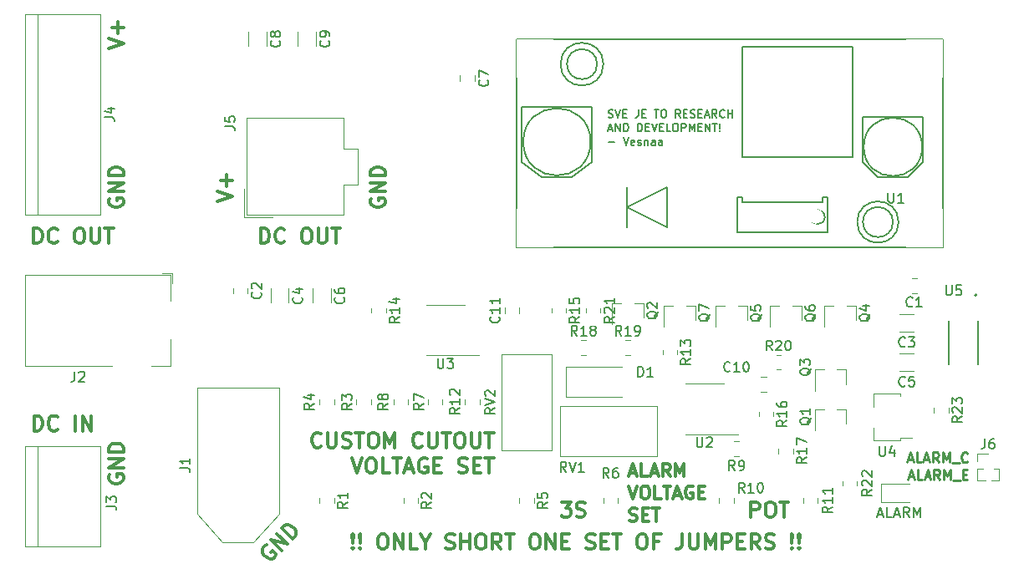
<source format=gbr>
G04 #@! TF.GenerationSoftware,KiCad,Pcbnew,5.1.10-88a1d61d58~90~ubuntu20.04.1*
G04 #@! TF.CreationDate,2021-10-05T00:38:42+01:00*
G04 #@! TF.ProjectId,lipo-discharge-protection-board,6c69706f-2d64-4697-9363-68617267652d,1*
G04 #@! TF.SameCoordinates,Original*
G04 #@! TF.FileFunction,Legend,Top*
G04 #@! TF.FilePolarity,Positive*
%FSLAX46Y46*%
G04 Gerber Fmt 4.6, Leading zero omitted, Abs format (unit mm)*
G04 Created by KiCad (PCBNEW 5.1.10-88a1d61d58~90~ubuntu20.04.1) date 2021-10-05 00:38:42*
%MOMM*%
%LPD*%
G01*
G04 APERTURE LIST*
%ADD10C,0.250000*%
%ADD11C,0.304800*%
%ADD12C,0.200000*%
%ADD13C,0.120000*%
%ADD14C,0.150000*%
%ADD15C,0.127000*%
%ADD16C,3.000000*%
%ADD17R,3.000000X3.000000*%
%ADD18R,3.500000X3.500000*%
%ADD19C,1.500000*%
%ADD20R,3.800000X4.000000*%
%ADD21R,1.500000X2.700000*%
%ADD22C,6.000000*%
%ADD23O,3.300000X2.700000*%
%ADD24R,0.800000X0.900000*%
%ADD25C,1.440000*%
%ADD26C,3.200000*%
%ADD27R,2.300000X0.900000*%
%ADD28C,0.152400*%
%ADD29R,1.000000X1.000000*%
%ADD30O,1.000000X1.000000*%
G04 APERTURE END LIST*
D10*
X89599404Y-88591666D02*
X90075595Y-88591666D01*
X89504166Y-88877380D02*
X89837500Y-87877380D01*
X90170833Y-88877380D01*
X90980357Y-88877380D02*
X90504166Y-88877380D01*
X90504166Y-87877380D01*
X91266071Y-88591666D02*
X91742261Y-88591666D01*
X91170833Y-88877380D02*
X91504166Y-87877380D01*
X91837500Y-88877380D01*
X92742261Y-88877380D02*
X92408928Y-88401190D01*
X92170833Y-88877380D02*
X92170833Y-87877380D01*
X92551785Y-87877380D01*
X92647023Y-87925000D01*
X92694642Y-87972619D01*
X92742261Y-88067857D01*
X92742261Y-88210714D01*
X92694642Y-88305952D01*
X92647023Y-88353571D01*
X92551785Y-88401190D01*
X92170833Y-88401190D01*
X93170833Y-88877380D02*
X93170833Y-87877380D01*
X93504166Y-88591666D01*
X93837500Y-87877380D01*
X93837500Y-88877380D01*
X94075595Y-88972619D02*
X94837500Y-88972619D01*
X95647023Y-88782142D02*
X95599404Y-88829761D01*
X95456547Y-88877380D01*
X95361309Y-88877380D01*
X95218452Y-88829761D01*
X95123214Y-88734523D01*
X95075595Y-88639285D01*
X95027976Y-88448809D01*
X95027976Y-88305952D01*
X95075595Y-88115476D01*
X95123214Y-88020238D01*
X95218452Y-87925000D01*
X95361309Y-87877380D01*
X95456547Y-87877380D01*
X95599404Y-87925000D01*
X95647023Y-87972619D01*
X89694642Y-90341666D02*
X90170833Y-90341666D01*
X89599404Y-90627380D02*
X89932738Y-89627380D01*
X90266071Y-90627380D01*
X91075595Y-90627380D02*
X90599404Y-90627380D01*
X90599404Y-89627380D01*
X91361309Y-90341666D02*
X91837500Y-90341666D01*
X91266071Y-90627380D02*
X91599404Y-89627380D01*
X91932738Y-90627380D01*
X92837500Y-90627380D02*
X92504166Y-90151190D01*
X92266071Y-90627380D02*
X92266071Y-89627380D01*
X92647023Y-89627380D01*
X92742261Y-89675000D01*
X92789880Y-89722619D01*
X92837500Y-89817857D01*
X92837500Y-89960714D01*
X92789880Y-90055952D01*
X92742261Y-90103571D01*
X92647023Y-90151190D01*
X92266071Y-90151190D01*
X93266071Y-90627380D02*
X93266071Y-89627380D01*
X93599404Y-90341666D01*
X93932738Y-89627380D01*
X93932738Y-90627380D01*
X94170833Y-90722619D02*
X94932738Y-90722619D01*
X95170833Y-90103571D02*
X95504166Y-90103571D01*
X95647023Y-90627380D02*
X95170833Y-90627380D01*
X95170833Y-89627380D01*
X95647023Y-89627380D01*
D11*
X61445739Y-89961866D02*
X62064786Y-89961866D01*
X61321929Y-90333295D02*
X61755262Y-89033295D01*
X62188596Y-90333295D01*
X63240977Y-90333295D02*
X62621929Y-90333295D01*
X62621929Y-89033295D01*
X63612405Y-89961866D02*
X64231453Y-89961866D01*
X63488596Y-90333295D02*
X63921929Y-89033295D01*
X64355262Y-90333295D01*
X65531453Y-90333295D02*
X65098120Y-89714247D01*
X64788596Y-90333295D02*
X64788596Y-89033295D01*
X65283834Y-89033295D01*
X65407643Y-89095200D01*
X65469548Y-89157104D01*
X65531453Y-89280914D01*
X65531453Y-89466628D01*
X65469548Y-89590438D01*
X65407643Y-89652342D01*
X65283834Y-89714247D01*
X64788596Y-89714247D01*
X66088596Y-90333295D02*
X66088596Y-89033295D01*
X66521929Y-89961866D01*
X66955262Y-89033295D01*
X66955262Y-90333295D01*
X61321929Y-91288095D02*
X61755262Y-92588095D01*
X62188596Y-91288095D01*
X62869548Y-91288095D02*
X63117167Y-91288095D01*
X63240977Y-91350000D01*
X63364786Y-91473809D01*
X63426691Y-91721428D01*
X63426691Y-92154761D01*
X63364786Y-92402380D01*
X63240977Y-92526190D01*
X63117167Y-92588095D01*
X62869548Y-92588095D01*
X62745739Y-92526190D01*
X62621929Y-92402380D01*
X62560024Y-92154761D01*
X62560024Y-91721428D01*
X62621929Y-91473809D01*
X62745739Y-91350000D01*
X62869548Y-91288095D01*
X64602881Y-92588095D02*
X63983834Y-92588095D01*
X63983834Y-91288095D01*
X64850500Y-91288095D02*
X65593358Y-91288095D01*
X65221929Y-92588095D02*
X65221929Y-91288095D01*
X65964786Y-92216666D02*
X66583834Y-92216666D01*
X65840977Y-92588095D02*
X66274310Y-91288095D01*
X66707643Y-92588095D01*
X67821929Y-91350000D02*
X67698120Y-91288095D01*
X67512405Y-91288095D01*
X67326691Y-91350000D01*
X67202881Y-91473809D01*
X67140977Y-91597619D01*
X67079072Y-91845238D01*
X67079072Y-92030952D01*
X67140977Y-92278571D01*
X67202881Y-92402380D01*
X67326691Y-92526190D01*
X67512405Y-92588095D01*
X67636215Y-92588095D01*
X67821929Y-92526190D01*
X67883834Y-92464285D01*
X67883834Y-92030952D01*
X67636215Y-92030952D01*
X68440977Y-91907142D02*
X68874310Y-91907142D01*
X69060024Y-92588095D02*
X68440977Y-92588095D01*
X68440977Y-91288095D01*
X69060024Y-91288095D01*
X61445739Y-94780990D02*
X61631453Y-94842895D01*
X61940977Y-94842895D01*
X62064786Y-94780990D01*
X62126691Y-94719085D01*
X62188596Y-94595276D01*
X62188596Y-94471466D01*
X62126691Y-94347657D01*
X62064786Y-94285752D01*
X61940977Y-94223847D01*
X61693358Y-94161942D01*
X61569548Y-94100038D01*
X61507643Y-94038133D01*
X61445739Y-93914323D01*
X61445739Y-93790514D01*
X61507643Y-93666704D01*
X61569548Y-93604800D01*
X61693358Y-93542895D01*
X62002881Y-93542895D01*
X62188596Y-93604800D01*
X62745739Y-94161942D02*
X63179072Y-94161942D01*
X63364786Y-94842895D02*
X62745739Y-94842895D01*
X62745739Y-93542895D01*
X63364786Y-93542895D01*
X63736215Y-93542895D02*
X64479072Y-93542895D01*
X64107643Y-94842895D02*
X64107643Y-93542895D01*
X8665428Y-46951428D02*
X10189428Y-46443428D01*
X8665428Y-45935428D01*
X9608857Y-45427428D02*
X9608857Y-44266285D01*
X10189428Y-44846857D02*
X9028285Y-44846857D01*
X19665428Y-62451428D02*
X21189428Y-61943428D01*
X19665428Y-61435428D01*
X20608857Y-60927428D02*
X20608857Y-59766285D01*
X21189428Y-60346857D02*
X20028285Y-60346857D01*
X35238000Y-62161142D02*
X35165428Y-62306285D01*
X35165428Y-62524000D01*
X35238000Y-62741714D01*
X35383142Y-62886857D01*
X35528285Y-62959428D01*
X35818571Y-63032000D01*
X36036285Y-63032000D01*
X36326571Y-62959428D01*
X36471714Y-62886857D01*
X36616857Y-62741714D01*
X36689428Y-62524000D01*
X36689428Y-62378857D01*
X36616857Y-62161142D01*
X36544285Y-62088571D01*
X36036285Y-62088571D01*
X36036285Y-62378857D01*
X36689428Y-61435428D02*
X35165428Y-61435428D01*
X36689428Y-60564571D01*
X35165428Y-60564571D01*
X36689428Y-59838857D02*
X35165428Y-59838857D01*
X35165428Y-59476000D01*
X35238000Y-59258285D01*
X35383142Y-59113142D01*
X35528285Y-59040571D01*
X35818571Y-58968000D01*
X36036285Y-58968000D01*
X36326571Y-59040571D01*
X36471714Y-59113142D01*
X36616857Y-59258285D01*
X36689428Y-59476000D01*
X36689428Y-59838857D01*
X8738000Y-62161142D02*
X8665428Y-62306285D01*
X8665428Y-62524000D01*
X8738000Y-62741714D01*
X8883142Y-62886857D01*
X9028285Y-62959428D01*
X9318571Y-63032000D01*
X9536285Y-63032000D01*
X9826571Y-62959428D01*
X9971714Y-62886857D01*
X10116857Y-62741714D01*
X10189428Y-62524000D01*
X10189428Y-62378857D01*
X10116857Y-62161142D01*
X10044285Y-62088571D01*
X9536285Y-62088571D01*
X9536285Y-62378857D01*
X10189428Y-61435428D02*
X8665428Y-61435428D01*
X10189428Y-60564571D01*
X8665428Y-60564571D01*
X10189428Y-59838857D02*
X8665428Y-59838857D01*
X8665428Y-59476000D01*
X8738000Y-59258285D01*
X8883142Y-59113142D01*
X9028285Y-59040571D01*
X9318571Y-58968000D01*
X9536285Y-58968000D01*
X9826571Y-59040571D01*
X9971714Y-59113142D01*
X10116857Y-59258285D01*
X10189428Y-59476000D01*
X10189428Y-59838857D01*
X24081142Y-66689428D02*
X24081142Y-65165428D01*
X24444000Y-65165428D01*
X24661714Y-65238000D01*
X24806857Y-65383142D01*
X24879428Y-65528285D01*
X24952000Y-65818571D01*
X24952000Y-66036285D01*
X24879428Y-66326571D01*
X24806857Y-66471714D01*
X24661714Y-66616857D01*
X24444000Y-66689428D01*
X24081142Y-66689428D01*
X26476000Y-66544285D02*
X26403428Y-66616857D01*
X26185714Y-66689428D01*
X26040571Y-66689428D01*
X25822857Y-66616857D01*
X25677714Y-66471714D01*
X25605142Y-66326571D01*
X25532571Y-66036285D01*
X25532571Y-65818571D01*
X25605142Y-65528285D01*
X25677714Y-65383142D01*
X25822857Y-65238000D01*
X26040571Y-65165428D01*
X26185714Y-65165428D01*
X26403428Y-65238000D01*
X26476000Y-65310571D01*
X28580571Y-65165428D02*
X28870857Y-65165428D01*
X29016000Y-65238000D01*
X29161142Y-65383142D01*
X29233714Y-65673428D01*
X29233714Y-66181428D01*
X29161142Y-66471714D01*
X29016000Y-66616857D01*
X28870857Y-66689428D01*
X28580571Y-66689428D01*
X28435428Y-66616857D01*
X28290285Y-66471714D01*
X28217714Y-66181428D01*
X28217714Y-65673428D01*
X28290285Y-65383142D01*
X28435428Y-65238000D01*
X28580571Y-65165428D01*
X29886857Y-65165428D02*
X29886857Y-66399142D01*
X29959428Y-66544285D01*
X30032000Y-66616857D01*
X30177142Y-66689428D01*
X30467428Y-66689428D01*
X30612571Y-66616857D01*
X30685142Y-66544285D01*
X30757714Y-66399142D01*
X30757714Y-65165428D01*
X31265714Y-65165428D02*
X32136571Y-65165428D01*
X31701142Y-66689428D02*
X31701142Y-65165428D01*
X1081142Y-66689428D02*
X1081142Y-65165428D01*
X1444000Y-65165428D01*
X1661714Y-65238000D01*
X1806857Y-65383142D01*
X1879428Y-65528285D01*
X1952000Y-65818571D01*
X1952000Y-66036285D01*
X1879428Y-66326571D01*
X1806857Y-66471714D01*
X1661714Y-66616857D01*
X1444000Y-66689428D01*
X1081142Y-66689428D01*
X3476000Y-66544285D02*
X3403428Y-66616857D01*
X3185714Y-66689428D01*
X3040571Y-66689428D01*
X2822857Y-66616857D01*
X2677714Y-66471714D01*
X2605142Y-66326571D01*
X2532571Y-66036285D01*
X2532571Y-65818571D01*
X2605142Y-65528285D01*
X2677714Y-65383142D01*
X2822857Y-65238000D01*
X3040571Y-65165428D01*
X3185714Y-65165428D01*
X3403428Y-65238000D01*
X3476000Y-65310571D01*
X5580571Y-65165428D02*
X5870857Y-65165428D01*
X6016000Y-65238000D01*
X6161142Y-65383142D01*
X6233714Y-65673428D01*
X6233714Y-66181428D01*
X6161142Y-66471714D01*
X6016000Y-66616857D01*
X5870857Y-66689428D01*
X5580571Y-66689428D01*
X5435428Y-66616857D01*
X5290285Y-66471714D01*
X5217714Y-66181428D01*
X5217714Y-65673428D01*
X5290285Y-65383142D01*
X5435428Y-65238000D01*
X5580571Y-65165428D01*
X6886857Y-65165428D02*
X6886857Y-66399142D01*
X6959428Y-66544285D01*
X7032000Y-66616857D01*
X7177142Y-66689428D01*
X7467428Y-66689428D01*
X7612571Y-66616857D01*
X7685142Y-66544285D01*
X7757714Y-66399142D01*
X7757714Y-65165428D01*
X8265714Y-65165428D02*
X9136571Y-65165428D01*
X8701142Y-66689428D02*
X8701142Y-65165428D01*
X24640132Y-97282236D02*
X24486185Y-97333552D01*
X24332238Y-97487499D01*
X24229606Y-97692762D01*
X24229606Y-97898025D01*
X24280922Y-98051972D01*
X24434869Y-98308551D01*
X24588816Y-98462498D01*
X24845395Y-98616446D01*
X24999342Y-98667761D01*
X25204605Y-98667761D01*
X25409868Y-98565130D01*
X25512500Y-98462498D01*
X25615131Y-98257235D01*
X25615131Y-98154604D01*
X25255921Y-97795394D01*
X25050658Y-98000657D01*
X26179605Y-97795394D02*
X25101974Y-96717763D01*
X26795394Y-97179605D01*
X25717763Y-96101974D01*
X27308551Y-96666447D02*
X26230920Y-95588816D01*
X26487499Y-95332238D01*
X26692762Y-95229606D01*
X26898025Y-95229606D01*
X27051972Y-95280922D01*
X27308551Y-95434869D01*
X27462498Y-95588816D01*
X27616446Y-95845395D01*
X27667761Y-95999342D01*
X27667761Y-96204605D01*
X27565130Y-96409868D01*
X27308551Y-96666447D01*
X8738000Y-90161142D02*
X8665428Y-90306285D01*
X8665428Y-90524000D01*
X8738000Y-90741714D01*
X8883142Y-90886857D01*
X9028285Y-90959428D01*
X9318571Y-91032000D01*
X9536285Y-91032000D01*
X9826571Y-90959428D01*
X9971714Y-90886857D01*
X10116857Y-90741714D01*
X10189428Y-90524000D01*
X10189428Y-90378857D01*
X10116857Y-90161142D01*
X10044285Y-90088571D01*
X9536285Y-90088571D01*
X9536285Y-90378857D01*
X10189428Y-89435428D02*
X8665428Y-89435428D01*
X10189428Y-88564571D01*
X8665428Y-88564571D01*
X10189428Y-87838857D02*
X8665428Y-87838857D01*
X8665428Y-87476000D01*
X8738000Y-87258285D01*
X8883142Y-87113142D01*
X9028285Y-87040571D01*
X9318571Y-86968000D01*
X9536285Y-86968000D01*
X9826571Y-87040571D01*
X9971714Y-87113142D01*
X10116857Y-87258285D01*
X10189428Y-87476000D01*
X10189428Y-87838857D01*
X1097142Y-85689428D02*
X1097142Y-84165428D01*
X1460000Y-84165428D01*
X1677714Y-84238000D01*
X1822857Y-84383142D01*
X1895428Y-84528285D01*
X1968000Y-84818571D01*
X1968000Y-85036285D01*
X1895428Y-85326571D01*
X1822857Y-85471714D01*
X1677714Y-85616857D01*
X1460000Y-85689428D01*
X1097142Y-85689428D01*
X3492000Y-85544285D02*
X3419428Y-85616857D01*
X3201714Y-85689428D01*
X3056571Y-85689428D01*
X2838857Y-85616857D01*
X2693714Y-85471714D01*
X2621142Y-85326571D01*
X2548571Y-85036285D01*
X2548571Y-84818571D01*
X2621142Y-84528285D01*
X2693714Y-84383142D01*
X2838857Y-84238000D01*
X3056571Y-84165428D01*
X3201714Y-84165428D01*
X3419428Y-84238000D01*
X3492000Y-84310571D01*
X5306285Y-85689428D02*
X5306285Y-84165428D01*
X6032000Y-85689428D02*
X6032000Y-84165428D01*
X6902857Y-85689428D01*
X6902857Y-84165428D01*
D12*
X59282380Y-53923809D02*
X59396666Y-53961904D01*
X59587142Y-53961904D01*
X59663333Y-53923809D01*
X59701428Y-53885714D01*
X59739523Y-53809523D01*
X59739523Y-53733333D01*
X59701428Y-53657142D01*
X59663333Y-53619047D01*
X59587142Y-53580952D01*
X59434761Y-53542857D01*
X59358571Y-53504761D01*
X59320476Y-53466666D01*
X59282380Y-53390476D01*
X59282380Y-53314285D01*
X59320476Y-53238095D01*
X59358571Y-53200000D01*
X59434761Y-53161904D01*
X59625238Y-53161904D01*
X59739523Y-53200000D01*
X59968095Y-53161904D02*
X60234761Y-53961904D01*
X60501428Y-53161904D01*
X60768095Y-53542857D02*
X61034761Y-53542857D01*
X61149047Y-53961904D02*
X60768095Y-53961904D01*
X60768095Y-53161904D01*
X61149047Y-53161904D01*
X62330000Y-53161904D02*
X62330000Y-53733333D01*
X62291904Y-53847619D01*
X62215714Y-53923809D01*
X62101428Y-53961904D01*
X62025238Y-53961904D01*
X62710952Y-53542857D02*
X62977619Y-53542857D01*
X63091904Y-53961904D02*
X62710952Y-53961904D01*
X62710952Y-53161904D01*
X63091904Y-53161904D01*
X63930000Y-53161904D02*
X64387142Y-53161904D01*
X64158571Y-53961904D02*
X64158571Y-53161904D01*
X64806190Y-53161904D02*
X64958571Y-53161904D01*
X65034761Y-53200000D01*
X65110952Y-53276190D01*
X65149047Y-53428571D01*
X65149047Y-53695238D01*
X65110952Y-53847619D01*
X65034761Y-53923809D01*
X64958571Y-53961904D01*
X64806190Y-53961904D01*
X64730000Y-53923809D01*
X64653809Y-53847619D01*
X64615714Y-53695238D01*
X64615714Y-53428571D01*
X64653809Y-53276190D01*
X64730000Y-53200000D01*
X64806190Y-53161904D01*
X66558571Y-53961904D02*
X66291904Y-53580952D01*
X66101428Y-53961904D02*
X66101428Y-53161904D01*
X66406190Y-53161904D01*
X66482380Y-53200000D01*
X66520476Y-53238095D01*
X66558571Y-53314285D01*
X66558571Y-53428571D01*
X66520476Y-53504761D01*
X66482380Y-53542857D01*
X66406190Y-53580952D01*
X66101428Y-53580952D01*
X66901428Y-53542857D02*
X67168095Y-53542857D01*
X67282380Y-53961904D02*
X66901428Y-53961904D01*
X66901428Y-53161904D01*
X67282380Y-53161904D01*
X67587142Y-53923809D02*
X67701428Y-53961904D01*
X67891904Y-53961904D01*
X67968095Y-53923809D01*
X68006190Y-53885714D01*
X68044285Y-53809523D01*
X68044285Y-53733333D01*
X68006190Y-53657142D01*
X67968095Y-53619047D01*
X67891904Y-53580952D01*
X67739523Y-53542857D01*
X67663333Y-53504761D01*
X67625238Y-53466666D01*
X67587142Y-53390476D01*
X67587142Y-53314285D01*
X67625238Y-53238095D01*
X67663333Y-53200000D01*
X67739523Y-53161904D01*
X67930000Y-53161904D01*
X68044285Y-53200000D01*
X68387142Y-53542857D02*
X68653809Y-53542857D01*
X68768095Y-53961904D02*
X68387142Y-53961904D01*
X68387142Y-53161904D01*
X68768095Y-53161904D01*
X69072857Y-53733333D02*
X69453809Y-53733333D01*
X68996666Y-53961904D02*
X69263333Y-53161904D01*
X69530000Y-53961904D01*
X70253809Y-53961904D02*
X69987142Y-53580952D01*
X69796666Y-53961904D02*
X69796666Y-53161904D01*
X70101428Y-53161904D01*
X70177619Y-53200000D01*
X70215714Y-53238095D01*
X70253809Y-53314285D01*
X70253809Y-53428571D01*
X70215714Y-53504761D01*
X70177619Y-53542857D01*
X70101428Y-53580952D01*
X69796666Y-53580952D01*
X71053809Y-53885714D02*
X71015714Y-53923809D01*
X70901428Y-53961904D01*
X70825238Y-53961904D01*
X70710952Y-53923809D01*
X70634761Y-53847619D01*
X70596666Y-53771428D01*
X70558571Y-53619047D01*
X70558571Y-53504761D01*
X70596666Y-53352380D01*
X70634761Y-53276190D01*
X70710952Y-53200000D01*
X70825238Y-53161904D01*
X70901428Y-53161904D01*
X71015714Y-53200000D01*
X71053809Y-53238095D01*
X71396666Y-53961904D02*
X71396666Y-53161904D01*
X71396666Y-53542857D02*
X71853809Y-53542857D01*
X71853809Y-53961904D02*
X71853809Y-53161904D01*
X59282380Y-55133333D02*
X59663333Y-55133333D01*
X59206190Y-55361904D02*
X59472857Y-54561904D01*
X59739523Y-55361904D01*
X60006190Y-55361904D02*
X60006190Y-54561904D01*
X60463333Y-55361904D01*
X60463333Y-54561904D01*
X60844285Y-55361904D02*
X60844285Y-54561904D01*
X61034761Y-54561904D01*
X61149047Y-54600000D01*
X61225238Y-54676190D01*
X61263333Y-54752380D01*
X61301428Y-54904761D01*
X61301428Y-55019047D01*
X61263333Y-55171428D01*
X61225238Y-55247619D01*
X61149047Y-55323809D01*
X61034761Y-55361904D01*
X60844285Y-55361904D01*
X62253809Y-55361904D02*
X62253809Y-54561904D01*
X62444285Y-54561904D01*
X62558571Y-54600000D01*
X62634761Y-54676190D01*
X62672857Y-54752380D01*
X62710952Y-54904761D01*
X62710952Y-55019047D01*
X62672857Y-55171428D01*
X62634761Y-55247619D01*
X62558571Y-55323809D01*
X62444285Y-55361904D01*
X62253809Y-55361904D01*
X63053809Y-54942857D02*
X63320476Y-54942857D01*
X63434761Y-55361904D02*
X63053809Y-55361904D01*
X63053809Y-54561904D01*
X63434761Y-54561904D01*
X63663333Y-54561904D02*
X63930000Y-55361904D01*
X64196666Y-54561904D01*
X64463333Y-54942857D02*
X64730000Y-54942857D01*
X64844285Y-55361904D02*
X64463333Y-55361904D01*
X64463333Y-54561904D01*
X64844285Y-54561904D01*
X65568095Y-55361904D02*
X65187142Y-55361904D01*
X65187142Y-54561904D01*
X65987142Y-54561904D02*
X66139523Y-54561904D01*
X66215714Y-54600000D01*
X66291904Y-54676190D01*
X66330000Y-54828571D01*
X66330000Y-55095238D01*
X66291904Y-55247619D01*
X66215714Y-55323809D01*
X66139523Y-55361904D01*
X65987142Y-55361904D01*
X65910952Y-55323809D01*
X65834761Y-55247619D01*
X65796666Y-55095238D01*
X65796666Y-54828571D01*
X65834761Y-54676190D01*
X65910952Y-54600000D01*
X65987142Y-54561904D01*
X66672857Y-55361904D02*
X66672857Y-54561904D01*
X66977619Y-54561904D01*
X67053809Y-54600000D01*
X67091904Y-54638095D01*
X67130000Y-54714285D01*
X67130000Y-54828571D01*
X67091904Y-54904761D01*
X67053809Y-54942857D01*
X66977619Y-54980952D01*
X66672857Y-54980952D01*
X67472857Y-55361904D02*
X67472857Y-54561904D01*
X67739523Y-55133333D01*
X68006190Y-54561904D01*
X68006190Y-55361904D01*
X68387142Y-54942857D02*
X68653809Y-54942857D01*
X68768095Y-55361904D02*
X68387142Y-55361904D01*
X68387142Y-54561904D01*
X68768095Y-54561904D01*
X69110952Y-55361904D02*
X69110952Y-54561904D01*
X69568095Y-55361904D01*
X69568095Y-54561904D01*
X69834761Y-54561904D02*
X70291904Y-54561904D01*
X70063333Y-55361904D02*
X70063333Y-54561904D01*
X70558571Y-55285714D02*
X70596666Y-55323809D01*
X70558571Y-55361904D01*
X70520476Y-55323809D01*
X70558571Y-55285714D01*
X70558571Y-55361904D01*
X70558571Y-55057142D02*
X70520476Y-54600000D01*
X70558571Y-54561904D01*
X70596666Y-54600000D01*
X70558571Y-55057142D01*
X70558571Y-54561904D01*
X59320476Y-56457142D02*
X59930000Y-56457142D01*
X60806190Y-55961904D02*
X61072857Y-56761904D01*
X61339523Y-55961904D01*
X61910952Y-56723809D02*
X61834761Y-56761904D01*
X61682380Y-56761904D01*
X61606190Y-56723809D01*
X61568095Y-56647619D01*
X61568095Y-56342857D01*
X61606190Y-56266666D01*
X61682380Y-56228571D01*
X61834761Y-56228571D01*
X61910952Y-56266666D01*
X61949047Y-56342857D01*
X61949047Y-56419047D01*
X61568095Y-56495238D01*
X62253809Y-56723809D02*
X62330000Y-56761904D01*
X62482380Y-56761904D01*
X62558571Y-56723809D01*
X62596666Y-56647619D01*
X62596666Y-56609523D01*
X62558571Y-56533333D01*
X62482380Y-56495238D01*
X62368095Y-56495238D01*
X62291904Y-56457142D01*
X62253809Y-56380952D01*
X62253809Y-56342857D01*
X62291904Y-56266666D01*
X62368095Y-56228571D01*
X62482380Y-56228571D01*
X62558571Y-56266666D01*
X62939523Y-56228571D02*
X62939523Y-56761904D01*
X62939523Y-56304761D02*
X62977619Y-56266666D01*
X63053809Y-56228571D01*
X63168095Y-56228571D01*
X63244285Y-56266666D01*
X63282380Y-56342857D01*
X63282380Y-56761904D01*
X64006190Y-56761904D02*
X64006190Y-56342857D01*
X63968095Y-56266666D01*
X63891904Y-56228571D01*
X63739523Y-56228571D01*
X63663333Y-56266666D01*
X64006190Y-56723809D02*
X63930000Y-56761904D01*
X63739523Y-56761904D01*
X63663333Y-56723809D01*
X63625238Y-56647619D01*
X63625238Y-56571428D01*
X63663333Y-56495238D01*
X63739523Y-56457142D01*
X63930000Y-56457142D01*
X64006190Y-56419047D01*
X64730000Y-56761904D02*
X64730000Y-56342857D01*
X64691904Y-56266666D01*
X64615714Y-56228571D01*
X64463333Y-56228571D01*
X64387142Y-56266666D01*
X64730000Y-56723809D02*
X64653809Y-56761904D01*
X64463333Y-56761904D01*
X64387142Y-56723809D01*
X64349047Y-56647619D01*
X64349047Y-56571428D01*
X64387142Y-56495238D01*
X64463333Y-56457142D01*
X64653809Y-56457142D01*
X64730000Y-56419047D01*
D11*
X33393999Y-97544285D02*
X33466571Y-97616857D01*
X33393999Y-97689428D01*
X33321428Y-97616857D01*
X33393999Y-97544285D01*
X33393999Y-97689428D01*
X33393999Y-97108857D02*
X33321428Y-96238000D01*
X33393999Y-96165428D01*
X33466571Y-96238000D01*
X33393999Y-97108857D01*
X33393999Y-96165428D01*
X34119714Y-97544285D02*
X34192285Y-97616857D01*
X34119714Y-97689428D01*
X34047142Y-97616857D01*
X34119714Y-97544285D01*
X34119714Y-97689428D01*
X34119714Y-97108857D02*
X34047142Y-96238000D01*
X34119714Y-96165428D01*
X34192285Y-96238000D01*
X34119714Y-97108857D01*
X34119714Y-96165428D01*
X36296857Y-96165428D02*
X36587142Y-96165428D01*
X36732285Y-96238000D01*
X36877428Y-96383142D01*
X36950000Y-96673428D01*
X36950000Y-97181428D01*
X36877428Y-97471714D01*
X36732285Y-97616857D01*
X36587142Y-97689428D01*
X36296857Y-97689428D01*
X36151714Y-97616857D01*
X36006571Y-97471714D01*
X35934000Y-97181428D01*
X35934000Y-96673428D01*
X36006571Y-96383142D01*
X36151714Y-96238000D01*
X36296857Y-96165428D01*
X37603142Y-97689428D02*
X37603142Y-96165428D01*
X38474000Y-97689428D01*
X38474000Y-96165428D01*
X39925428Y-97689428D02*
X39199714Y-97689428D01*
X39199714Y-96165428D01*
X40723714Y-96963714D02*
X40723714Y-97689428D01*
X40215714Y-96165428D02*
X40723714Y-96963714D01*
X41231714Y-96165428D01*
X42828285Y-97616857D02*
X43046000Y-97689428D01*
X43408857Y-97689428D01*
X43554000Y-97616857D01*
X43626571Y-97544285D01*
X43699142Y-97399142D01*
X43699142Y-97254000D01*
X43626571Y-97108857D01*
X43554000Y-97036285D01*
X43408857Y-96963714D01*
X43118571Y-96891142D01*
X42973428Y-96818571D01*
X42900857Y-96746000D01*
X42828285Y-96600857D01*
X42828285Y-96455714D01*
X42900857Y-96310571D01*
X42973428Y-96238000D01*
X43118571Y-96165428D01*
X43481428Y-96165428D01*
X43699142Y-96238000D01*
X44352285Y-97689428D02*
X44352285Y-96165428D01*
X44352285Y-96891142D02*
X45223142Y-96891142D01*
X45223142Y-97689428D02*
X45223142Y-96165428D01*
X46239142Y-96165428D02*
X46529428Y-96165428D01*
X46674571Y-96238000D01*
X46819714Y-96383142D01*
X46892285Y-96673428D01*
X46892285Y-97181428D01*
X46819714Y-97471714D01*
X46674571Y-97616857D01*
X46529428Y-97689428D01*
X46239142Y-97689428D01*
X46094000Y-97616857D01*
X45948857Y-97471714D01*
X45876285Y-97181428D01*
X45876285Y-96673428D01*
X45948857Y-96383142D01*
X46094000Y-96238000D01*
X46239142Y-96165428D01*
X48416285Y-97689428D02*
X47908285Y-96963714D01*
X47545428Y-97689428D02*
X47545428Y-96165428D01*
X48126000Y-96165428D01*
X48271142Y-96238000D01*
X48343714Y-96310571D01*
X48416285Y-96455714D01*
X48416285Y-96673428D01*
X48343714Y-96818571D01*
X48271142Y-96891142D01*
X48126000Y-96963714D01*
X47545428Y-96963714D01*
X48851714Y-96165428D02*
X49722571Y-96165428D01*
X49287142Y-97689428D02*
X49287142Y-96165428D01*
X51682000Y-96165428D02*
X51972285Y-96165428D01*
X52117428Y-96238000D01*
X52262571Y-96383142D01*
X52335142Y-96673428D01*
X52335142Y-97181428D01*
X52262571Y-97471714D01*
X52117428Y-97616857D01*
X51972285Y-97689428D01*
X51682000Y-97689428D01*
X51536857Y-97616857D01*
X51391714Y-97471714D01*
X51319142Y-97181428D01*
X51319142Y-96673428D01*
X51391714Y-96383142D01*
X51536857Y-96238000D01*
X51682000Y-96165428D01*
X52988285Y-97689428D02*
X52988285Y-96165428D01*
X53859142Y-97689428D01*
X53859142Y-96165428D01*
X54584857Y-96891142D02*
X55092857Y-96891142D01*
X55310571Y-97689428D02*
X54584857Y-97689428D01*
X54584857Y-96165428D01*
X55310571Y-96165428D01*
X57052285Y-97616857D02*
X57270000Y-97689428D01*
X57632857Y-97689428D01*
X57778000Y-97616857D01*
X57850571Y-97544285D01*
X57923142Y-97399142D01*
X57923142Y-97254000D01*
X57850571Y-97108857D01*
X57778000Y-97036285D01*
X57632857Y-96963714D01*
X57342571Y-96891142D01*
X57197428Y-96818571D01*
X57124857Y-96746000D01*
X57052285Y-96600857D01*
X57052285Y-96455714D01*
X57124857Y-96310571D01*
X57197428Y-96238000D01*
X57342571Y-96165428D01*
X57705428Y-96165428D01*
X57923142Y-96238000D01*
X58576285Y-96891142D02*
X59084285Y-96891142D01*
X59302000Y-97689428D02*
X58576285Y-97689428D01*
X58576285Y-96165428D01*
X59302000Y-96165428D01*
X59737428Y-96165428D02*
X60608285Y-96165428D01*
X60172857Y-97689428D02*
X60172857Y-96165428D01*
X62567714Y-96165428D02*
X62858000Y-96165428D01*
X63003142Y-96238000D01*
X63148285Y-96383142D01*
X63220857Y-96673428D01*
X63220857Y-97181428D01*
X63148285Y-97471714D01*
X63003142Y-97616857D01*
X62858000Y-97689428D01*
X62567714Y-97689428D01*
X62422571Y-97616857D01*
X62277428Y-97471714D01*
X62204857Y-97181428D01*
X62204857Y-96673428D01*
X62277428Y-96383142D01*
X62422571Y-96238000D01*
X62567714Y-96165428D01*
X64382000Y-96891142D02*
X63874000Y-96891142D01*
X63874000Y-97689428D02*
X63874000Y-96165428D01*
X64599714Y-96165428D01*
X66776857Y-96165428D02*
X66776857Y-97254000D01*
X66704285Y-97471714D01*
X66559142Y-97616857D01*
X66341428Y-97689428D01*
X66196285Y-97689428D01*
X67502571Y-96165428D02*
X67502571Y-97399142D01*
X67575142Y-97544285D01*
X67647714Y-97616857D01*
X67792857Y-97689428D01*
X68083142Y-97689428D01*
X68228285Y-97616857D01*
X68300857Y-97544285D01*
X68373428Y-97399142D01*
X68373428Y-96165428D01*
X69099142Y-97689428D02*
X69099142Y-96165428D01*
X69607142Y-97254000D01*
X70115142Y-96165428D01*
X70115142Y-97689428D01*
X70840857Y-97689428D02*
X70840857Y-96165428D01*
X71421428Y-96165428D01*
X71566571Y-96238000D01*
X71639142Y-96310571D01*
X71711714Y-96455714D01*
X71711714Y-96673428D01*
X71639142Y-96818571D01*
X71566571Y-96891142D01*
X71421428Y-96963714D01*
X70840857Y-96963714D01*
X72364857Y-96891142D02*
X72872857Y-96891142D01*
X73090571Y-97689428D02*
X72364857Y-97689428D01*
X72364857Y-96165428D01*
X73090571Y-96165428D01*
X74614571Y-97689428D02*
X74106571Y-96963714D01*
X73743714Y-97689428D02*
X73743714Y-96165428D01*
X74324285Y-96165428D01*
X74469428Y-96238000D01*
X74542000Y-96310571D01*
X74614571Y-96455714D01*
X74614571Y-96673428D01*
X74542000Y-96818571D01*
X74469428Y-96891142D01*
X74324285Y-96963714D01*
X73743714Y-96963714D01*
X75195142Y-97616857D02*
X75412857Y-97689428D01*
X75775714Y-97689428D01*
X75920857Y-97616857D01*
X75993428Y-97544285D01*
X76066000Y-97399142D01*
X76066000Y-97254000D01*
X75993428Y-97108857D01*
X75920857Y-97036285D01*
X75775714Y-96963714D01*
X75485428Y-96891142D01*
X75340285Y-96818571D01*
X75267714Y-96746000D01*
X75195142Y-96600857D01*
X75195142Y-96455714D01*
X75267714Y-96310571D01*
X75340285Y-96238000D01*
X75485428Y-96165428D01*
X75848285Y-96165428D01*
X76066000Y-96238000D01*
X77880285Y-97544285D02*
X77952857Y-97616857D01*
X77880285Y-97689428D01*
X77807714Y-97616857D01*
X77880285Y-97544285D01*
X77880285Y-97689428D01*
X77880285Y-97108857D02*
X77807714Y-96238000D01*
X77880285Y-96165428D01*
X77952857Y-96238000D01*
X77880285Y-97108857D01*
X77880285Y-96165428D01*
X78606000Y-97544285D02*
X78678571Y-97616857D01*
X78606000Y-97689428D01*
X78533428Y-97616857D01*
X78606000Y-97544285D01*
X78606000Y-97689428D01*
X78606000Y-97108857D02*
X78533428Y-96238000D01*
X78606000Y-96165428D01*
X78678571Y-96238000D01*
X78606000Y-97108857D01*
X78606000Y-96165428D01*
X30167022Y-87248885D02*
X30094451Y-87321457D01*
X29876737Y-87394028D01*
X29731594Y-87394028D01*
X29513879Y-87321457D01*
X29368737Y-87176314D01*
X29296165Y-87031171D01*
X29223594Y-86740885D01*
X29223594Y-86523171D01*
X29296165Y-86232885D01*
X29368737Y-86087742D01*
X29513879Y-85942600D01*
X29731594Y-85870028D01*
X29876737Y-85870028D01*
X30094451Y-85942600D01*
X30167022Y-86015171D01*
X30820165Y-85870028D02*
X30820165Y-87103742D01*
X30892737Y-87248885D01*
X30965308Y-87321457D01*
X31110451Y-87394028D01*
X31400737Y-87394028D01*
X31545879Y-87321457D01*
X31618451Y-87248885D01*
X31691022Y-87103742D01*
X31691022Y-85870028D01*
X32344165Y-87321457D02*
X32561879Y-87394028D01*
X32924737Y-87394028D01*
X33069879Y-87321457D01*
X33142451Y-87248885D01*
X33215022Y-87103742D01*
X33215022Y-86958600D01*
X33142451Y-86813457D01*
X33069879Y-86740885D01*
X32924737Y-86668314D01*
X32634451Y-86595742D01*
X32489308Y-86523171D01*
X32416737Y-86450600D01*
X32344165Y-86305457D01*
X32344165Y-86160314D01*
X32416737Y-86015171D01*
X32489308Y-85942600D01*
X32634451Y-85870028D01*
X32997308Y-85870028D01*
X33215022Y-85942600D01*
X33650451Y-85870028D02*
X34521308Y-85870028D01*
X34085879Y-87394028D02*
X34085879Y-85870028D01*
X35319594Y-85870028D02*
X35609879Y-85870028D01*
X35755022Y-85942600D01*
X35900165Y-86087742D01*
X35972737Y-86378028D01*
X35972737Y-86886028D01*
X35900165Y-87176314D01*
X35755022Y-87321457D01*
X35609879Y-87394028D01*
X35319594Y-87394028D01*
X35174451Y-87321457D01*
X35029308Y-87176314D01*
X34956737Y-86886028D01*
X34956737Y-86378028D01*
X35029308Y-86087742D01*
X35174451Y-85942600D01*
X35319594Y-85870028D01*
X36625879Y-87394028D02*
X36625879Y-85870028D01*
X37133879Y-86958600D01*
X37641880Y-85870028D01*
X37641880Y-87394028D01*
X40399594Y-87248885D02*
X40327022Y-87321457D01*
X40109308Y-87394028D01*
X39964165Y-87394028D01*
X39746451Y-87321457D01*
X39601308Y-87176314D01*
X39528737Y-87031171D01*
X39456165Y-86740885D01*
X39456165Y-86523171D01*
X39528737Y-86232885D01*
X39601308Y-86087742D01*
X39746451Y-85942600D01*
X39964165Y-85870028D01*
X40109308Y-85870028D01*
X40327022Y-85942600D01*
X40399594Y-86015171D01*
X41052737Y-85870028D02*
X41052737Y-87103742D01*
X41125308Y-87248885D01*
X41197879Y-87321457D01*
X41343022Y-87394028D01*
X41633308Y-87394028D01*
X41778451Y-87321457D01*
X41851022Y-87248885D01*
X41923594Y-87103742D01*
X41923594Y-85870028D01*
X42431594Y-85870028D02*
X43302451Y-85870028D01*
X42867022Y-87394028D02*
X42867022Y-85870028D01*
X44100737Y-85870028D02*
X44391022Y-85870028D01*
X44536165Y-85942600D01*
X44681308Y-86087742D01*
X44753879Y-86378028D01*
X44753879Y-86886028D01*
X44681308Y-87176314D01*
X44536165Y-87321457D01*
X44391022Y-87394028D01*
X44100737Y-87394028D01*
X43955594Y-87321457D01*
X43810451Y-87176314D01*
X43737879Y-86886028D01*
X43737879Y-86378028D01*
X43810451Y-86087742D01*
X43955594Y-85942600D01*
X44100737Y-85870028D01*
X45407022Y-85870028D02*
X45407022Y-87103742D01*
X45479594Y-87248885D01*
X45552165Y-87321457D01*
X45697308Y-87394028D01*
X45987594Y-87394028D01*
X46132737Y-87321457D01*
X46205308Y-87248885D01*
X46277879Y-87103742D01*
X46277879Y-85870028D01*
X46785880Y-85870028D02*
X47656737Y-85870028D01*
X47221308Y-87394028D02*
X47221308Y-85870028D01*
X33287594Y-88460828D02*
X33795594Y-89984828D01*
X34303594Y-88460828D01*
X35101880Y-88460828D02*
X35392165Y-88460828D01*
X35537308Y-88533400D01*
X35682451Y-88678542D01*
X35755022Y-88968828D01*
X35755022Y-89476828D01*
X35682451Y-89767114D01*
X35537308Y-89912257D01*
X35392165Y-89984828D01*
X35101880Y-89984828D01*
X34956737Y-89912257D01*
X34811594Y-89767114D01*
X34739022Y-89476828D01*
X34739022Y-88968828D01*
X34811594Y-88678542D01*
X34956737Y-88533400D01*
X35101880Y-88460828D01*
X37133880Y-89984828D02*
X36408165Y-89984828D01*
X36408165Y-88460828D01*
X37424165Y-88460828D02*
X38295022Y-88460828D01*
X37859594Y-89984828D02*
X37859594Y-88460828D01*
X38730451Y-89549400D02*
X39456165Y-89549400D01*
X38585308Y-89984828D02*
X39093308Y-88460828D01*
X39601308Y-89984828D01*
X40907594Y-88533400D02*
X40762451Y-88460828D01*
X40544737Y-88460828D01*
X40327022Y-88533400D01*
X40181880Y-88678542D01*
X40109308Y-88823685D01*
X40036737Y-89113971D01*
X40036737Y-89331685D01*
X40109308Y-89621971D01*
X40181880Y-89767114D01*
X40327022Y-89912257D01*
X40544737Y-89984828D01*
X40689880Y-89984828D01*
X40907594Y-89912257D01*
X40980165Y-89839685D01*
X40980165Y-89331685D01*
X40689880Y-89331685D01*
X41633308Y-89186542D02*
X42141308Y-89186542D01*
X42359022Y-89984828D02*
X41633308Y-89984828D01*
X41633308Y-88460828D01*
X42359022Y-88460828D01*
X44100737Y-89912257D02*
X44318451Y-89984828D01*
X44681308Y-89984828D01*
X44826451Y-89912257D01*
X44899022Y-89839685D01*
X44971594Y-89694542D01*
X44971594Y-89549400D01*
X44899022Y-89404257D01*
X44826451Y-89331685D01*
X44681308Y-89259114D01*
X44391022Y-89186542D01*
X44245880Y-89113971D01*
X44173308Y-89041400D01*
X44100737Y-88896257D01*
X44100737Y-88751114D01*
X44173308Y-88605971D01*
X44245880Y-88533400D01*
X44391022Y-88460828D01*
X44753880Y-88460828D01*
X44971594Y-88533400D01*
X45624737Y-89186542D02*
X46132737Y-89186542D01*
X46350451Y-89984828D02*
X45624737Y-89984828D01*
X45624737Y-88460828D01*
X46350451Y-88460828D01*
X46785880Y-88460828D02*
X47656737Y-88460828D01*
X47221308Y-89984828D02*
X47221308Y-88460828D01*
X73722000Y-94439428D02*
X73722000Y-92915428D01*
X74302571Y-92915428D01*
X74447714Y-92988000D01*
X74520285Y-93060571D01*
X74592857Y-93205714D01*
X74592857Y-93423428D01*
X74520285Y-93568571D01*
X74447714Y-93641142D01*
X74302571Y-93713714D01*
X73722000Y-93713714D01*
X75536285Y-92915428D02*
X75826571Y-92915428D01*
X75971714Y-92988000D01*
X76116857Y-93133142D01*
X76189428Y-93423428D01*
X76189428Y-93931428D01*
X76116857Y-94221714D01*
X75971714Y-94366857D01*
X75826571Y-94439428D01*
X75536285Y-94439428D01*
X75391142Y-94366857D01*
X75246000Y-94221714D01*
X75173428Y-93931428D01*
X75173428Y-93423428D01*
X75246000Y-93133142D01*
X75391142Y-92988000D01*
X75536285Y-92915428D01*
X76624857Y-92915428D02*
X77495714Y-92915428D01*
X77060285Y-94439428D02*
X77060285Y-92915428D01*
X54516285Y-92915428D02*
X55459714Y-92915428D01*
X54951714Y-93496000D01*
X55169428Y-93496000D01*
X55314571Y-93568571D01*
X55387142Y-93641142D01*
X55459714Y-93786285D01*
X55459714Y-94149142D01*
X55387142Y-94294285D01*
X55314571Y-94366857D01*
X55169428Y-94439428D01*
X54734000Y-94439428D01*
X54588857Y-94366857D01*
X54516285Y-94294285D01*
X56040285Y-94366857D02*
X56258000Y-94439428D01*
X56620857Y-94439428D01*
X56766000Y-94366857D01*
X56838571Y-94294285D01*
X56911142Y-94149142D01*
X56911142Y-94004000D01*
X56838571Y-93858857D01*
X56766000Y-93786285D01*
X56620857Y-93713714D01*
X56330571Y-93641142D01*
X56185428Y-93568571D01*
X56112857Y-93496000D01*
X56040285Y-93350857D01*
X56040285Y-93205714D01*
X56112857Y-93060571D01*
X56185428Y-92988000D01*
X56330571Y-92915428D01*
X56693428Y-92915428D01*
X56911142Y-92988000D01*
D13*
X7810000Y-43460000D02*
X190000Y-43460000D01*
X190000Y-63780000D02*
X7810000Y-63780000D01*
X1460000Y-63780000D02*
X1460000Y-43460000D01*
X7810000Y-43460000D02*
X7810000Y-63780000D01*
X190000Y-43460000D02*
X190000Y-63780000D01*
X15100000Y-70750000D02*
X15100000Y-69700000D01*
X14050000Y-69700000D02*
X15100000Y-69700000D01*
X9000000Y-79100000D02*
X200000Y-79100000D01*
X200000Y-79100000D02*
X200000Y-69900000D01*
X14900000Y-76400000D02*
X14900000Y-79100000D01*
X14900000Y-79100000D02*
X13000000Y-79100000D01*
X200000Y-69900000D02*
X14900000Y-69900000D01*
X14900000Y-69900000D02*
X14900000Y-72500000D01*
D14*
X58774177Y-48540000D02*
G75*
G03*
X58774177Y-48540000I-2170177J0D01*
G01*
X58128000Y-48540000D02*
G75*
G03*
X58128000Y-48540000I-1524000J0D01*
G01*
X88670538Y-64542000D02*
G75*
G03*
X88670538Y-64542000I-2094538J0D01*
G01*
X88100000Y-64542000D02*
G75*
G03*
X88100000Y-64542000I-1524000J0D01*
G01*
X61176000Y-65050000D02*
X61176000Y-60986000D01*
X65240000Y-65050000D02*
X65240000Y-60986000D01*
X65240000Y-60986000D02*
X61176000Y-63018000D01*
X61176000Y-63018000D02*
X65240000Y-65050000D01*
X80988000Y-63526000D02*
X79972000Y-64542000D01*
X81198420Y-64034000D02*
G75*
G03*
X81198420Y-64034000I-718420J0D01*
G01*
X81496000Y-65558000D02*
X81496000Y-62002000D01*
X81496000Y-62002000D02*
X80988000Y-62002000D01*
X80988000Y-62002000D02*
X80988000Y-62510000D01*
X80988000Y-62510000D02*
X72860000Y-62510000D01*
X72860000Y-62510000D02*
X72860000Y-62002000D01*
X72860000Y-62002000D02*
X72352000Y-62002000D01*
X72352000Y-62002000D02*
X72352000Y-65558000D01*
X72352000Y-65558000D02*
X81496000Y-65558000D01*
X91148000Y-53874000D02*
X85052000Y-53874000D01*
X85052000Y-53874000D02*
X85052000Y-58446000D01*
X85052000Y-58446000D02*
X86576000Y-59970000D01*
X86576000Y-59970000D02*
X89624000Y-59970000D01*
X89624000Y-59970000D02*
X91148000Y-58446000D01*
X91148000Y-58446000D02*
X91148000Y-53874000D01*
X50508000Y-58446000D02*
X50508000Y-52858000D01*
X50508000Y-52858000D02*
X57620000Y-52858000D01*
X57620000Y-52858000D02*
X57620000Y-58446000D01*
X57620000Y-58446000D02*
X55588000Y-59970000D01*
X55588000Y-59970000D02*
X52540000Y-59970000D01*
X52540000Y-59970000D02*
X50508000Y-58446000D01*
X80988000Y-46762000D02*
X83020000Y-46762000D01*
X83020000Y-46762000D02*
X84036000Y-46762000D01*
X84036000Y-46762000D02*
X84036000Y-57938000D01*
X84036000Y-57938000D02*
X72860000Y-57938000D01*
X72860000Y-57938000D02*
X72860000Y-56414000D01*
X72860000Y-56922000D02*
X72860000Y-46762000D01*
X72860000Y-46762000D02*
X80988000Y-46762000D01*
X91062124Y-56922000D02*
G75*
G03*
X91062124Y-56922000I-2962124J0D01*
G01*
X57471768Y-56414000D02*
G75*
G03*
X57471768Y-56414000I-3407768J0D01*
G01*
X50000000Y-46000000D02*
X93180000Y-46000000D01*
X93180000Y-46000000D02*
X93180000Y-67082000D01*
X50000000Y-46000000D02*
X50000000Y-67082000D01*
X93180000Y-67082000D02*
X50000000Y-67082000D01*
D13*
X22735000Y-71238748D02*
X22735000Y-71761252D01*
X21265000Y-71238748D02*
X21265000Y-71761252D01*
X25090000Y-71288748D02*
X25090000Y-72711252D01*
X26910000Y-71288748D02*
X26910000Y-72711252D01*
X90511252Y-70265000D02*
X89988748Y-70265000D01*
X90511252Y-71735000D02*
X89988748Y-71735000D01*
X31160000Y-71288748D02*
X31160000Y-72711252D01*
X29340000Y-71288748D02*
X29340000Y-72711252D01*
X90211252Y-73840000D02*
X88788748Y-73840000D01*
X90211252Y-75660000D02*
X88788748Y-75660000D01*
X90211252Y-79660000D02*
X88788748Y-79660000D01*
X90211252Y-77840000D02*
X88788748Y-77840000D01*
X45735000Y-49701248D02*
X45735000Y-50223752D01*
X44265000Y-49701248D02*
X44265000Y-50223752D01*
X22840000Y-45288748D02*
X22840000Y-46711252D01*
X24660000Y-45288748D02*
X24660000Y-46711252D01*
X48765000Y-73761252D02*
X48765000Y-73238748D01*
X50235000Y-73761252D02*
X50235000Y-73238748D01*
X29660000Y-45288748D02*
X29660000Y-46711252D01*
X27840000Y-45288748D02*
X27840000Y-46711252D01*
X60650000Y-79250000D02*
X54950000Y-79250000D01*
X54950000Y-79250000D02*
X54950000Y-82250000D01*
X54950000Y-82250000D02*
X60650000Y-82250000D01*
X17600000Y-81300000D02*
X17600000Y-94150000D01*
X20150000Y-97000000D02*
X23300000Y-97000000D01*
X25900000Y-94150000D02*
X25900000Y-81300000D01*
X25900000Y-81300000D02*
X17600000Y-81300000D01*
X17600000Y-94150000D02*
X20150000Y-97000000D01*
X23300000Y-97000000D02*
X25900000Y-94150000D01*
X1460000Y-97370000D02*
X1460000Y-87210000D01*
X190000Y-97370000D02*
X7810000Y-97370000D01*
X7810000Y-97370000D02*
X7810000Y-87210000D01*
X7810000Y-87210000D02*
X190000Y-87210000D01*
X190000Y-87210000D02*
X190000Y-97370000D01*
X22640000Y-58900000D02*
X22640000Y-63810000D01*
X22640000Y-63810000D02*
X32460000Y-63810000D01*
X32460000Y-63810000D02*
X32460000Y-60710000D01*
X32460000Y-60710000D02*
X33860000Y-60710000D01*
X33860000Y-60710000D02*
X33860000Y-58900000D01*
X22640000Y-58900000D02*
X22640000Y-53990000D01*
X22640000Y-53990000D02*
X32460000Y-53990000D01*
X32460000Y-53990000D02*
X32460000Y-57090000D01*
X32460000Y-57090000D02*
X33860000Y-57090000D01*
X33860000Y-57090000D02*
X33860000Y-58900000D01*
X22400000Y-61200000D02*
X22400000Y-64050000D01*
X22400000Y-64050000D02*
X25250000Y-64050000D01*
X62830000Y-72740000D02*
X62830000Y-74200000D01*
X59670000Y-72740000D02*
X59670000Y-74900000D01*
X59670000Y-72740000D02*
X60600000Y-72740000D01*
X62830000Y-72740000D02*
X61900000Y-72740000D01*
X84330000Y-72990000D02*
X83400000Y-72990000D01*
X81170000Y-72990000D02*
X82100000Y-72990000D01*
X81170000Y-72990000D02*
X81170000Y-75150000D01*
X84330000Y-72990000D02*
X84330000Y-74450000D01*
X73330000Y-72990000D02*
X73330000Y-74450000D01*
X70170000Y-72990000D02*
X70170000Y-75150000D01*
X70170000Y-72990000D02*
X71100000Y-72990000D01*
X73330000Y-72990000D02*
X72400000Y-72990000D01*
X78830000Y-72990000D02*
X77900000Y-72990000D01*
X75670000Y-72990000D02*
X76600000Y-72990000D01*
X75670000Y-72990000D02*
X75670000Y-75150000D01*
X78830000Y-72990000D02*
X78830000Y-74450000D01*
X68080000Y-72990000D02*
X67150000Y-72990000D01*
X64920000Y-72990000D02*
X65850000Y-72990000D01*
X64920000Y-72990000D02*
X64920000Y-75150000D01*
X68080000Y-72990000D02*
X68080000Y-74450000D01*
X48470000Y-87675000D02*
X48470000Y-77905000D01*
X53540000Y-87675000D02*
X53540000Y-77905000D01*
X48470000Y-87675000D02*
X53540000Y-87675000D01*
X48470000Y-77905000D02*
X53540000Y-77905000D01*
X42750000Y-72940000D02*
X40800000Y-72940000D01*
X42750000Y-72940000D02*
X44700000Y-72940000D01*
X42750000Y-78060000D02*
X40800000Y-78060000D01*
X42750000Y-78060000D02*
X46200000Y-78060000D01*
X75261252Y-80265000D02*
X74738748Y-80265000D01*
X75261252Y-81735000D02*
X74738748Y-81735000D01*
X72477064Y-86765000D02*
X72022936Y-86765000D01*
X72477064Y-88235000D02*
X72022936Y-88235000D01*
X64765000Y-77522936D02*
X64765000Y-77977064D01*
X66235000Y-77522936D02*
X66235000Y-77977064D01*
X83015000Y-90772936D02*
X83015000Y-91227064D01*
X84485000Y-90772936D02*
X84485000Y-91227064D01*
X93735000Y-83372936D02*
X93735000Y-83827064D01*
X92265000Y-83372936D02*
X92265000Y-83827064D01*
X54405000Y-88280000D02*
X54405000Y-83210000D01*
X64175000Y-88280000D02*
X64175000Y-83210000D01*
X64175000Y-83210000D02*
X54405000Y-83210000D01*
X64175000Y-88280000D02*
X54405000Y-88280000D01*
X69000000Y-86060000D02*
X72450000Y-86060000D01*
X69000000Y-86060000D02*
X67050000Y-86060000D01*
X69000000Y-80940000D02*
X70950000Y-80940000D01*
X69000000Y-80940000D02*
X67050000Y-80940000D01*
X88860000Y-81940000D02*
X88860000Y-82170000D01*
X88860000Y-86660000D02*
X88860000Y-86430000D01*
X88860000Y-86660000D02*
X86140000Y-86660000D01*
X86140000Y-86660000D02*
X86140000Y-85350000D01*
X90000000Y-86430000D02*
X88860000Y-86430000D01*
X86140000Y-81940000D02*
X88860000Y-81940000D01*
X86140000Y-83250000D02*
X86140000Y-81940000D01*
D15*
X93750000Y-74550000D02*
X93750000Y-78950000D01*
X96750000Y-74550000D02*
X96750000Y-78950000D01*
D12*
X96575000Y-71935000D02*
G75*
G03*
X96575000Y-71935000I-100000J0D01*
G01*
D13*
X86890000Y-92960000D02*
X89750000Y-92960000D01*
X86890000Y-91040000D02*
X86890000Y-92960000D01*
X89750000Y-91040000D02*
X86890000Y-91040000D01*
X31485000Y-92522936D02*
X31485000Y-92977064D01*
X30015000Y-92522936D02*
X30015000Y-92977064D01*
X38515000Y-92522936D02*
X38515000Y-92977064D01*
X39985000Y-92522936D02*
X39985000Y-92977064D01*
X35235000Y-82977064D02*
X35235000Y-82522936D01*
X33765000Y-82977064D02*
X33765000Y-82522936D01*
X31485000Y-82522936D02*
X31485000Y-82977064D01*
X30015000Y-82522936D02*
X30015000Y-82977064D01*
X51735000Y-92522936D02*
X51735000Y-92977064D01*
X50265000Y-92522936D02*
X50265000Y-92977064D01*
X58765000Y-92522936D02*
X58765000Y-92977064D01*
X60235000Y-92522936D02*
X60235000Y-92977064D01*
X41015000Y-82977064D02*
X41015000Y-82522936D01*
X42485000Y-82977064D02*
X42485000Y-82522936D01*
X38985000Y-82522936D02*
X38985000Y-82977064D01*
X37515000Y-82522936D02*
X37515000Y-82977064D01*
X70515000Y-92522936D02*
X70515000Y-92977064D01*
X71985000Y-92522936D02*
X71985000Y-92977064D01*
X79015000Y-92522936D02*
X79015000Y-92977064D01*
X80485000Y-92522936D02*
X80485000Y-92977064D01*
X44765000Y-82522936D02*
X44765000Y-82977064D01*
X46235000Y-82522936D02*
X46235000Y-82977064D01*
X35265000Y-73272936D02*
X35265000Y-73727064D01*
X36735000Y-73272936D02*
X36735000Y-73727064D01*
X53515000Y-73272936D02*
X53515000Y-73727064D01*
X54985000Y-73272936D02*
X54985000Y-73727064D01*
X56522936Y-76515000D02*
X56977064Y-76515000D01*
X56522936Y-77985000D02*
X56977064Y-77985000D01*
X61022936Y-76515000D02*
X61477064Y-76515000D01*
X61022936Y-77985000D02*
X61477064Y-77985000D01*
X58485000Y-73272936D02*
X58485000Y-73727064D01*
X57015000Y-73272936D02*
X57015000Y-73727064D01*
X96640000Y-90715000D02*
X97442470Y-90715000D01*
X98057530Y-90715000D02*
X98860000Y-90715000D01*
X96640000Y-89510000D02*
X96640000Y-90715000D01*
X98860000Y-89510000D02*
X98860000Y-90715000D01*
X96640000Y-89510000D02*
X97186529Y-89510000D01*
X98313471Y-89510000D02*
X98860000Y-89510000D01*
X96640000Y-88750000D02*
X96640000Y-87990000D01*
X96640000Y-87990000D02*
X97750000Y-87990000D01*
X83330000Y-83490000D02*
X82400000Y-83490000D01*
X80170000Y-83490000D02*
X81100000Y-83490000D01*
X80170000Y-83490000D02*
X80170000Y-85650000D01*
X83330000Y-83490000D02*
X83330000Y-84950000D01*
X83330000Y-79490000D02*
X83330000Y-80950000D01*
X80170000Y-79490000D02*
X80170000Y-81650000D01*
X80170000Y-79490000D02*
X81100000Y-79490000D01*
X83330000Y-79490000D02*
X82400000Y-79490000D01*
X75985000Y-83772936D02*
X75985000Y-84227064D01*
X74515000Y-83772936D02*
X74515000Y-84227064D01*
X77985000Y-87522936D02*
X77985000Y-87977064D01*
X76515000Y-87522936D02*
X76515000Y-87977064D01*
X76272936Y-79485000D02*
X76727064Y-79485000D01*
X76272936Y-78015000D02*
X76727064Y-78015000D01*
D14*
X8252380Y-53933333D02*
X8966666Y-53933333D01*
X9109523Y-53980952D01*
X9204761Y-54076190D01*
X9252380Y-54219047D01*
X9252380Y-54314285D01*
X8585714Y-53028571D02*
X9252380Y-53028571D01*
X8204761Y-53266666D02*
X8919047Y-53504761D01*
X8919047Y-52885714D01*
X5216666Y-79702380D02*
X5216666Y-80416666D01*
X5169047Y-80559523D01*
X5073809Y-80654761D01*
X4930952Y-80702380D01*
X4835714Y-80702380D01*
X5645238Y-79797619D02*
X5692857Y-79750000D01*
X5788095Y-79702380D01*
X6026190Y-79702380D01*
X6121428Y-79750000D01*
X6169047Y-79797619D01*
X6216666Y-79892857D01*
X6216666Y-79988095D01*
X6169047Y-80130952D01*
X5597619Y-80702380D01*
X6216666Y-80702380D01*
X87613095Y-61577380D02*
X87613095Y-62386904D01*
X87660714Y-62482142D01*
X87708333Y-62529761D01*
X87803571Y-62577380D01*
X87994047Y-62577380D01*
X88089285Y-62529761D01*
X88136904Y-62482142D01*
X88184523Y-62386904D01*
X88184523Y-61577380D01*
X89184523Y-62577380D02*
X88613095Y-62577380D01*
X88898809Y-62577380D02*
X88898809Y-61577380D01*
X88803571Y-61720238D01*
X88708333Y-61815476D01*
X88613095Y-61863095D01*
X24037142Y-71666666D02*
X24084761Y-71714285D01*
X24132380Y-71857142D01*
X24132380Y-71952380D01*
X24084761Y-72095238D01*
X23989523Y-72190476D01*
X23894285Y-72238095D01*
X23703809Y-72285714D01*
X23560952Y-72285714D01*
X23370476Y-72238095D01*
X23275238Y-72190476D01*
X23180000Y-72095238D01*
X23132380Y-71952380D01*
X23132380Y-71857142D01*
X23180000Y-71714285D01*
X23227619Y-71666666D01*
X23227619Y-71285714D02*
X23180000Y-71238095D01*
X23132380Y-71142857D01*
X23132380Y-70904761D01*
X23180000Y-70809523D01*
X23227619Y-70761904D01*
X23322857Y-70714285D01*
X23418095Y-70714285D01*
X23560952Y-70761904D01*
X24132380Y-71333333D01*
X24132380Y-70714285D01*
X28207142Y-72166666D02*
X28254761Y-72214285D01*
X28302380Y-72357142D01*
X28302380Y-72452380D01*
X28254761Y-72595238D01*
X28159523Y-72690476D01*
X28064285Y-72738095D01*
X27873809Y-72785714D01*
X27730952Y-72785714D01*
X27540476Y-72738095D01*
X27445238Y-72690476D01*
X27350000Y-72595238D01*
X27302380Y-72452380D01*
X27302380Y-72357142D01*
X27350000Y-72214285D01*
X27397619Y-72166666D01*
X27635714Y-71309523D02*
X28302380Y-71309523D01*
X27254761Y-71547619D02*
X27969047Y-71785714D01*
X27969047Y-71166666D01*
X90083333Y-73037142D02*
X90035714Y-73084761D01*
X89892857Y-73132380D01*
X89797619Y-73132380D01*
X89654761Y-73084761D01*
X89559523Y-72989523D01*
X89511904Y-72894285D01*
X89464285Y-72703809D01*
X89464285Y-72560952D01*
X89511904Y-72370476D01*
X89559523Y-72275238D01*
X89654761Y-72180000D01*
X89797619Y-72132380D01*
X89892857Y-72132380D01*
X90035714Y-72180000D01*
X90083333Y-72227619D01*
X91035714Y-73132380D02*
X90464285Y-73132380D01*
X90750000Y-73132380D02*
X90750000Y-72132380D01*
X90654761Y-72275238D01*
X90559523Y-72370476D01*
X90464285Y-72418095D01*
X32457142Y-72166666D02*
X32504761Y-72214285D01*
X32552380Y-72357142D01*
X32552380Y-72452380D01*
X32504761Y-72595238D01*
X32409523Y-72690476D01*
X32314285Y-72738095D01*
X32123809Y-72785714D01*
X31980952Y-72785714D01*
X31790476Y-72738095D01*
X31695238Y-72690476D01*
X31600000Y-72595238D01*
X31552380Y-72452380D01*
X31552380Y-72357142D01*
X31600000Y-72214285D01*
X31647619Y-72166666D01*
X31552380Y-71309523D02*
X31552380Y-71500000D01*
X31600000Y-71595238D01*
X31647619Y-71642857D01*
X31790476Y-71738095D01*
X31980952Y-71785714D01*
X32361904Y-71785714D01*
X32457142Y-71738095D01*
X32504761Y-71690476D01*
X32552380Y-71595238D01*
X32552380Y-71404761D01*
X32504761Y-71309523D01*
X32457142Y-71261904D01*
X32361904Y-71214285D01*
X32123809Y-71214285D01*
X32028571Y-71261904D01*
X31980952Y-71309523D01*
X31933333Y-71404761D01*
X31933333Y-71595238D01*
X31980952Y-71690476D01*
X32028571Y-71738095D01*
X32123809Y-71785714D01*
X89333333Y-77107142D02*
X89285714Y-77154761D01*
X89142857Y-77202380D01*
X89047619Y-77202380D01*
X88904761Y-77154761D01*
X88809523Y-77059523D01*
X88761904Y-76964285D01*
X88714285Y-76773809D01*
X88714285Y-76630952D01*
X88761904Y-76440476D01*
X88809523Y-76345238D01*
X88904761Y-76250000D01*
X89047619Y-76202380D01*
X89142857Y-76202380D01*
X89285714Y-76250000D01*
X89333333Y-76297619D01*
X89666666Y-76202380D02*
X90285714Y-76202380D01*
X89952380Y-76583333D01*
X90095238Y-76583333D01*
X90190476Y-76630952D01*
X90238095Y-76678571D01*
X90285714Y-76773809D01*
X90285714Y-77011904D01*
X90238095Y-77107142D01*
X90190476Y-77154761D01*
X90095238Y-77202380D01*
X89809523Y-77202380D01*
X89714285Y-77154761D01*
X89666666Y-77107142D01*
X89333333Y-81107142D02*
X89285714Y-81154761D01*
X89142857Y-81202380D01*
X89047619Y-81202380D01*
X88904761Y-81154761D01*
X88809523Y-81059523D01*
X88761904Y-80964285D01*
X88714285Y-80773809D01*
X88714285Y-80630952D01*
X88761904Y-80440476D01*
X88809523Y-80345238D01*
X88904761Y-80250000D01*
X89047619Y-80202380D01*
X89142857Y-80202380D01*
X89285714Y-80250000D01*
X89333333Y-80297619D01*
X90238095Y-80202380D02*
X89761904Y-80202380D01*
X89714285Y-80678571D01*
X89761904Y-80630952D01*
X89857142Y-80583333D01*
X90095238Y-80583333D01*
X90190476Y-80630952D01*
X90238095Y-80678571D01*
X90285714Y-80773809D01*
X90285714Y-81011904D01*
X90238095Y-81107142D01*
X90190476Y-81154761D01*
X90095238Y-81202380D01*
X89857142Y-81202380D01*
X89761904Y-81154761D01*
X89714285Y-81107142D01*
X47037142Y-50129166D02*
X47084761Y-50176785D01*
X47132380Y-50319642D01*
X47132380Y-50414880D01*
X47084761Y-50557738D01*
X46989523Y-50652976D01*
X46894285Y-50700595D01*
X46703809Y-50748214D01*
X46560952Y-50748214D01*
X46370476Y-50700595D01*
X46275238Y-50652976D01*
X46180000Y-50557738D01*
X46132380Y-50414880D01*
X46132380Y-50319642D01*
X46180000Y-50176785D01*
X46227619Y-50129166D01*
X46132380Y-49795833D02*
X46132380Y-49129166D01*
X47132380Y-49557738D01*
X25957142Y-46166666D02*
X26004761Y-46214285D01*
X26052380Y-46357142D01*
X26052380Y-46452380D01*
X26004761Y-46595238D01*
X25909523Y-46690476D01*
X25814285Y-46738095D01*
X25623809Y-46785714D01*
X25480952Y-46785714D01*
X25290476Y-46738095D01*
X25195238Y-46690476D01*
X25100000Y-46595238D01*
X25052380Y-46452380D01*
X25052380Y-46357142D01*
X25100000Y-46214285D01*
X25147619Y-46166666D01*
X25480952Y-45595238D02*
X25433333Y-45690476D01*
X25385714Y-45738095D01*
X25290476Y-45785714D01*
X25242857Y-45785714D01*
X25147619Y-45738095D01*
X25100000Y-45690476D01*
X25052380Y-45595238D01*
X25052380Y-45404761D01*
X25100000Y-45309523D01*
X25147619Y-45261904D01*
X25242857Y-45214285D01*
X25290476Y-45214285D01*
X25385714Y-45261904D01*
X25433333Y-45309523D01*
X25480952Y-45404761D01*
X25480952Y-45595238D01*
X25528571Y-45690476D01*
X25576190Y-45738095D01*
X25671428Y-45785714D01*
X25861904Y-45785714D01*
X25957142Y-45738095D01*
X26004761Y-45690476D01*
X26052380Y-45595238D01*
X26052380Y-45404761D01*
X26004761Y-45309523D01*
X25957142Y-45261904D01*
X25861904Y-45214285D01*
X25671428Y-45214285D01*
X25576190Y-45261904D01*
X25528571Y-45309523D01*
X25480952Y-45404761D01*
X48177142Y-74142857D02*
X48224761Y-74190476D01*
X48272380Y-74333333D01*
X48272380Y-74428571D01*
X48224761Y-74571428D01*
X48129523Y-74666666D01*
X48034285Y-74714285D01*
X47843809Y-74761904D01*
X47700952Y-74761904D01*
X47510476Y-74714285D01*
X47415238Y-74666666D01*
X47320000Y-74571428D01*
X47272380Y-74428571D01*
X47272380Y-74333333D01*
X47320000Y-74190476D01*
X47367619Y-74142857D01*
X48272380Y-73190476D02*
X48272380Y-73761904D01*
X48272380Y-73476190D02*
X47272380Y-73476190D01*
X47415238Y-73571428D01*
X47510476Y-73666666D01*
X47558095Y-73761904D01*
X48272380Y-72238095D02*
X48272380Y-72809523D01*
X48272380Y-72523809D02*
X47272380Y-72523809D01*
X47415238Y-72619047D01*
X47510476Y-72714285D01*
X47558095Y-72809523D01*
X30957142Y-46166666D02*
X31004761Y-46214285D01*
X31052380Y-46357142D01*
X31052380Y-46452380D01*
X31004761Y-46595238D01*
X30909523Y-46690476D01*
X30814285Y-46738095D01*
X30623809Y-46785714D01*
X30480952Y-46785714D01*
X30290476Y-46738095D01*
X30195238Y-46690476D01*
X30100000Y-46595238D01*
X30052380Y-46452380D01*
X30052380Y-46357142D01*
X30100000Y-46214285D01*
X30147619Y-46166666D01*
X31052380Y-45690476D02*
X31052380Y-45500000D01*
X31004761Y-45404761D01*
X30957142Y-45357142D01*
X30814285Y-45261904D01*
X30623809Y-45214285D01*
X30242857Y-45214285D01*
X30147619Y-45261904D01*
X30100000Y-45309523D01*
X30052380Y-45404761D01*
X30052380Y-45595238D01*
X30100000Y-45690476D01*
X30147619Y-45738095D01*
X30242857Y-45785714D01*
X30480952Y-45785714D01*
X30576190Y-45738095D01*
X30623809Y-45690476D01*
X30671428Y-45595238D01*
X30671428Y-45404761D01*
X30623809Y-45309523D01*
X30576190Y-45261904D01*
X30480952Y-45214285D01*
X62261904Y-80202380D02*
X62261904Y-79202380D01*
X62500000Y-79202380D01*
X62642857Y-79250000D01*
X62738095Y-79345238D01*
X62785714Y-79440476D01*
X62833333Y-79630952D01*
X62833333Y-79773809D01*
X62785714Y-79964285D01*
X62738095Y-80059523D01*
X62642857Y-80154761D01*
X62500000Y-80202380D01*
X62261904Y-80202380D01*
X63785714Y-80202380D02*
X63214285Y-80202380D01*
X63500000Y-80202380D02*
X63500000Y-79202380D01*
X63404761Y-79345238D01*
X63309523Y-79440476D01*
X63214285Y-79488095D01*
X15902380Y-89483333D02*
X16616666Y-89483333D01*
X16759523Y-89530952D01*
X16854761Y-89626190D01*
X16902380Y-89769047D01*
X16902380Y-89864285D01*
X16902380Y-88483333D02*
X16902380Y-89054761D01*
X16902380Y-88769047D02*
X15902380Y-88769047D01*
X16045238Y-88864285D01*
X16140476Y-88959523D01*
X16188095Y-89054761D01*
X8452380Y-93333333D02*
X9166666Y-93333333D01*
X9309523Y-93380952D01*
X9404761Y-93476190D01*
X9452380Y-93619047D01*
X9452380Y-93714285D01*
X8452380Y-92952380D02*
X8452380Y-92333333D01*
X8833333Y-92666666D01*
X8833333Y-92523809D01*
X8880952Y-92428571D01*
X8928571Y-92380952D01*
X9023809Y-92333333D01*
X9261904Y-92333333D01*
X9357142Y-92380952D01*
X9404761Y-92428571D01*
X9452380Y-92523809D01*
X9452380Y-92809523D01*
X9404761Y-92904761D01*
X9357142Y-92952380D01*
X20452380Y-54833333D02*
X21166666Y-54833333D01*
X21309523Y-54880952D01*
X21404761Y-54976190D01*
X21452380Y-55119047D01*
X21452380Y-55214285D01*
X20452380Y-53880952D02*
X20452380Y-54357142D01*
X20928571Y-54404761D01*
X20880952Y-54357142D01*
X20833333Y-54261904D01*
X20833333Y-54023809D01*
X20880952Y-53928571D01*
X20928571Y-53880952D01*
X21023809Y-53833333D01*
X21261904Y-53833333D01*
X21357142Y-53880952D01*
X21404761Y-53928571D01*
X21452380Y-54023809D01*
X21452380Y-54261904D01*
X21404761Y-54357142D01*
X21357142Y-54404761D01*
X64297619Y-73595238D02*
X64250000Y-73690476D01*
X64154761Y-73785714D01*
X64011904Y-73928571D01*
X63964285Y-74023809D01*
X63964285Y-74119047D01*
X64202380Y-74071428D02*
X64154761Y-74166666D01*
X64059523Y-74261904D01*
X63869047Y-74309523D01*
X63535714Y-74309523D01*
X63345238Y-74261904D01*
X63250000Y-74166666D01*
X63202380Y-74071428D01*
X63202380Y-73880952D01*
X63250000Y-73785714D01*
X63345238Y-73690476D01*
X63535714Y-73642857D01*
X63869047Y-73642857D01*
X64059523Y-73690476D01*
X64154761Y-73785714D01*
X64202380Y-73880952D01*
X64202380Y-74071428D01*
X63297619Y-73261904D02*
X63250000Y-73214285D01*
X63202380Y-73119047D01*
X63202380Y-72880952D01*
X63250000Y-72785714D01*
X63297619Y-72738095D01*
X63392857Y-72690476D01*
X63488095Y-72690476D01*
X63630952Y-72738095D01*
X64202380Y-73309523D01*
X64202380Y-72690476D01*
X85797619Y-73845238D02*
X85750000Y-73940476D01*
X85654761Y-74035714D01*
X85511904Y-74178571D01*
X85464285Y-74273809D01*
X85464285Y-74369047D01*
X85702380Y-74321428D02*
X85654761Y-74416666D01*
X85559523Y-74511904D01*
X85369047Y-74559523D01*
X85035714Y-74559523D01*
X84845238Y-74511904D01*
X84750000Y-74416666D01*
X84702380Y-74321428D01*
X84702380Y-74130952D01*
X84750000Y-74035714D01*
X84845238Y-73940476D01*
X85035714Y-73892857D01*
X85369047Y-73892857D01*
X85559523Y-73940476D01*
X85654761Y-74035714D01*
X85702380Y-74130952D01*
X85702380Y-74321428D01*
X85035714Y-73035714D02*
X85702380Y-73035714D01*
X84654761Y-73273809D02*
X85369047Y-73511904D01*
X85369047Y-72892857D01*
X74797619Y-73845238D02*
X74750000Y-73940476D01*
X74654761Y-74035714D01*
X74511904Y-74178571D01*
X74464285Y-74273809D01*
X74464285Y-74369047D01*
X74702380Y-74321428D02*
X74654761Y-74416666D01*
X74559523Y-74511904D01*
X74369047Y-74559523D01*
X74035714Y-74559523D01*
X73845238Y-74511904D01*
X73750000Y-74416666D01*
X73702380Y-74321428D01*
X73702380Y-74130952D01*
X73750000Y-74035714D01*
X73845238Y-73940476D01*
X74035714Y-73892857D01*
X74369047Y-73892857D01*
X74559523Y-73940476D01*
X74654761Y-74035714D01*
X74702380Y-74130952D01*
X74702380Y-74321428D01*
X73702380Y-72988095D02*
X73702380Y-73464285D01*
X74178571Y-73511904D01*
X74130952Y-73464285D01*
X74083333Y-73369047D01*
X74083333Y-73130952D01*
X74130952Y-73035714D01*
X74178571Y-72988095D01*
X74273809Y-72940476D01*
X74511904Y-72940476D01*
X74607142Y-72988095D01*
X74654761Y-73035714D01*
X74702380Y-73130952D01*
X74702380Y-73369047D01*
X74654761Y-73464285D01*
X74607142Y-73511904D01*
X80297619Y-73845238D02*
X80250000Y-73940476D01*
X80154761Y-74035714D01*
X80011904Y-74178571D01*
X79964285Y-74273809D01*
X79964285Y-74369047D01*
X80202380Y-74321428D02*
X80154761Y-74416666D01*
X80059523Y-74511904D01*
X79869047Y-74559523D01*
X79535714Y-74559523D01*
X79345238Y-74511904D01*
X79250000Y-74416666D01*
X79202380Y-74321428D01*
X79202380Y-74130952D01*
X79250000Y-74035714D01*
X79345238Y-73940476D01*
X79535714Y-73892857D01*
X79869047Y-73892857D01*
X80059523Y-73940476D01*
X80154761Y-74035714D01*
X80202380Y-74130952D01*
X80202380Y-74321428D01*
X79202380Y-73035714D02*
X79202380Y-73226190D01*
X79250000Y-73321428D01*
X79297619Y-73369047D01*
X79440476Y-73464285D01*
X79630952Y-73511904D01*
X80011904Y-73511904D01*
X80107142Y-73464285D01*
X80154761Y-73416666D01*
X80202380Y-73321428D01*
X80202380Y-73130952D01*
X80154761Y-73035714D01*
X80107142Y-72988095D01*
X80011904Y-72940476D01*
X79773809Y-72940476D01*
X79678571Y-72988095D01*
X79630952Y-73035714D01*
X79583333Y-73130952D01*
X79583333Y-73321428D01*
X79630952Y-73416666D01*
X79678571Y-73464285D01*
X79773809Y-73511904D01*
X69547619Y-73845238D02*
X69500000Y-73940476D01*
X69404761Y-74035714D01*
X69261904Y-74178571D01*
X69214285Y-74273809D01*
X69214285Y-74369047D01*
X69452380Y-74321428D02*
X69404761Y-74416666D01*
X69309523Y-74511904D01*
X69119047Y-74559523D01*
X68785714Y-74559523D01*
X68595238Y-74511904D01*
X68500000Y-74416666D01*
X68452380Y-74321428D01*
X68452380Y-74130952D01*
X68500000Y-74035714D01*
X68595238Y-73940476D01*
X68785714Y-73892857D01*
X69119047Y-73892857D01*
X69309523Y-73940476D01*
X69404761Y-74035714D01*
X69452380Y-74130952D01*
X69452380Y-74321428D01*
X68452380Y-73559523D02*
X68452380Y-72892857D01*
X69452380Y-73321428D01*
X47792380Y-83385238D02*
X47316190Y-83718571D01*
X47792380Y-83956666D02*
X46792380Y-83956666D01*
X46792380Y-83575714D01*
X46840000Y-83480476D01*
X46887619Y-83432857D01*
X46982857Y-83385238D01*
X47125714Y-83385238D01*
X47220952Y-83432857D01*
X47268571Y-83480476D01*
X47316190Y-83575714D01*
X47316190Y-83956666D01*
X46792380Y-83099523D02*
X47792380Y-82766190D01*
X46792380Y-82432857D01*
X46887619Y-82147142D02*
X46840000Y-82099523D01*
X46792380Y-82004285D01*
X46792380Y-81766190D01*
X46840000Y-81670952D01*
X46887619Y-81623333D01*
X46982857Y-81575714D01*
X47078095Y-81575714D01*
X47220952Y-81623333D01*
X47792380Y-82194761D01*
X47792380Y-81575714D01*
X41988095Y-78352380D02*
X41988095Y-79161904D01*
X42035714Y-79257142D01*
X42083333Y-79304761D01*
X42178571Y-79352380D01*
X42369047Y-79352380D01*
X42464285Y-79304761D01*
X42511904Y-79257142D01*
X42559523Y-79161904D01*
X42559523Y-78352380D01*
X42940476Y-78352380D02*
X43559523Y-78352380D01*
X43226190Y-78733333D01*
X43369047Y-78733333D01*
X43464285Y-78780952D01*
X43511904Y-78828571D01*
X43559523Y-78923809D01*
X43559523Y-79161904D01*
X43511904Y-79257142D01*
X43464285Y-79304761D01*
X43369047Y-79352380D01*
X43083333Y-79352380D01*
X42988095Y-79304761D01*
X42940476Y-79257142D01*
X71607142Y-79607142D02*
X71559523Y-79654761D01*
X71416666Y-79702380D01*
X71321428Y-79702380D01*
X71178571Y-79654761D01*
X71083333Y-79559523D01*
X71035714Y-79464285D01*
X70988095Y-79273809D01*
X70988095Y-79130952D01*
X71035714Y-78940476D01*
X71083333Y-78845238D01*
X71178571Y-78750000D01*
X71321428Y-78702380D01*
X71416666Y-78702380D01*
X71559523Y-78750000D01*
X71607142Y-78797619D01*
X72559523Y-79702380D02*
X71988095Y-79702380D01*
X72273809Y-79702380D02*
X72273809Y-78702380D01*
X72178571Y-78845238D01*
X72083333Y-78940476D01*
X71988095Y-78988095D01*
X73178571Y-78702380D02*
X73273809Y-78702380D01*
X73369047Y-78750000D01*
X73416666Y-78797619D01*
X73464285Y-78892857D01*
X73511904Y-79083333D01*
X73511904Y-79321428D01*
X73464285Y-79511904D01*
X73416666Y-79607142D01*
X73369047Y-79654761D01*
X73273809Y-79702380D01*
X73178571Y-79702380D01*
X73083333Y-79654761D01*
X73035714Y-79607142D01*
X72988095Y-79511904D01*
X72940476Y-79321428D01*
X72940476Y-79083333D01*
X72988095Y-78892857D01*
X73035714Y-78797619D01*
X73083333Y-78750000D01*
X73178571Y-78702380D01*
X72083333Y-89702380D02*
X71750000Y-89226190D01*
X71511904Y-89702380D02*
X71511904Y-88702380D01*
X71892857Y-88702380D01*
X71988095Y-88750000D01*
X72035714Y-88797619D01*
X72083333Y-88892857D01*
X72083333Y-89035714D01*
X72035714Y-89130952D01*
X71988095Y-89178571D01*
X71892857Y-89226190D01*
X71511904Y-89226190D01*
X72559523Y-89702380D02*
X72750000Y-89702380D01*
X72845238Y-89654761D01*
X72892857Y-89607142D01*
X72988095Y-89464285D01*
X73035714Y-89273809D01*
X73035714Y-88892857D01*
X72988095Y-88797619D01*
X72940476Y-88750000D01*
X72845238Y-88702380D01*
X72654761Y-88702380D01*
X72559523Y-88750000D01*
X72511904Y-88797619D01*
X72464285Y-88892857D01*
X72464285Y-89130952D01*
X72511904Y-89226190D01*
X72559523Y-89273809D01*
X72654761Y-89321428D01*
X72845238Y-89321428D01*
X72940476Y-89273809D01*
X72988095Y-89226190D01*
X73035714Y-89130952D01*
X67602380Y-78392857D02*
X67126190Y-78726190D01*
X67602380Y-78964285D02*
X66602380Y-78964285D01*
X66602380Y-78583333D01*
X66650000Y-78488095D01*
X66697619Y-78440476D01*
X66792857Y-78392857D01*
X66935714Y-78392857D01*
X67030952Y-78440476D01*
X67078571Y-78488095D01*
X67126190Y-78583333D01*
X67126190Y-78964285D01*
X67602380Y-77440476D02*
X67602380Y-78011904D01*
X67602380Y-77726190D02*
X66602380Y-77726190D01*
X66745238Y-77821428D01*
X66840476Y-77916666D01*
X66888095Y-78011904D01*
X66602380Y-77107142D02*
X66602380Y-76488095D01*
X66983333Y-76821428D01*
X66983333Y-76678571D01*
X67030952Y-76583333D01*
X67078571Y-76535714D01*
X67173809Y-76488095D01*
X67411904Y-76488095D01*
X67507142Y-76535714D01*
X67554761Y-76583333D01*
X67602380Y-76678571D01*
X67602380Y-76964285D01*
X67554761Y-77059523D01*
X67507142Y-77107142D01*
X85952380Y-91642857D02*
X85476190Y-91976190D01*
X85952380Y-92214285D02*
X84952380Y-92214285D01*
X84952380Y-91833333D01*
X85000000Y-91738095D01*
X85047619Y-91690476D01*
X85142857Y-91642857D01*
X85285714Y-91642857D01*
X85380952Y-91690476D01*
X85428571Y-91738095D01*
X85476190Y-91833333D01*
X85476190Y-92214285D01*
X85047619Y-91261904D02*
X85000000Y-91214285D01*
X84952380Y-91119047D01*
X84952380Y-90880952D01*
X85000000Y-90785714D01*
X85047619Y-90738095D01*
X85142857Y-90690476D01*
X85238095Y-90690476D01*
X85380952Y-90738095D01*
X85952380Y-91309523D01*
X85952380Y-90690476D01*
X85047619Y-90309523D02*
X85000000Y-90261904D01*
X84952380Y-90166666D01*
X84952380Y-89928571D01*
X85000000Y-89833333D01*
X85047619Y-89785714D01*
X85142857Y-89738095D01*
X85238095Y-89738095D01*
X85380952Y-89785714D01*
X85952380Y-90357142D01*
X85952380Y-89738095D01*
X95102380Y-84242857D02*
X94626190Y-84576190D01*
X95102380Y-84814285D02*
X94102380Y-84814285D01*
X94102380Y-84433333D01*
X94150000Y-84338095D01*
X94197619Y-84290476D01*
X94292857Y-84242857D01*
X94435714Y-84242857D01*
X94530952Y-84290476D01*
X94578571Y-84338095D01*
X94626190Y-84433333D01*
X94626190Y-84814285D01*
X94197619Y-83861904D02*
X94150000Y-83814285D01*
X94102380Y-83719047D01*
X94102380Y-83480952D01*
X94150000Y-83385714D01*
X94197619Y-83338095D01*
X94292857Y-83290476D01*
X94388095Y-83290476D01*
X94530952Y-83338095D01*
X95102380Y-83909523D01*
X95102380Y-83290476D01*
X94102380Y-82957142D02*
X94102380Y-82338095D01*
X94483333Y-82671428D01*
X94483333Y-82528571D01*
X94530952Y-82433333D01*
X94578571Y-82385714D01*
X94673809Y-82338095D01*
X94911904Y-82338095D01*
X95007142Y-82385714D01*
X95054761Y-82433333D01*
X95102380Y-82528571D01*
X95102380Y-82814285D01*
X95054761Y-82909523D01*
X95007142Y-82957142D01*
X55004761Y-89852380D02*
X54671428Y-89376190D01*
X54433333Y-89852380D02*
X54433333Y-88852380D01*
X54814285Y-88852380D01*
X54909523Y-88900000D01*
X54957142Y-88947619D01*
X55004761Y-89042857D01*
X55004761Y-89185714D01*
X54957142Y-89280952D01*
X54909523Y-89328571D01*
X54814285Y-89376190D01*
X54433333Y-89376190D01*
X55290476Y-88852380D02*
X55623809Y-89852380D01*
X55957142Y-88852380D01*
X56814285Y-89852380D02*
X56242857Y-89852380D01*
X56528571Y-89852380D02*
X56528571Y-88852380D01*
X56433333Y-88995238D01*
X56338095Y-89090476D01*
X56242857Y-89138095D01*
X68238095Y-86352380D02*
X68238095Y-87161904D01*
X68285714Y-87257142D01*
X68333333Y-87304761D01*
X68428571Y-87352380D01*
X68619047Y-87352380D01*
X68714285Y-87304761D01*
X68761904Y-87257142D01*
X68809523Y-87161904D01*
X68809523Y-86352380D01*
X69238095Y-86447619D02*
X69285714Y-86400000D01*
X69380952Y-86352380D01*
X69619047Y-86352380D01*
X69714285Y-86400000D01*
X69761904Y-86447619D01*
X69809523Y-86542857D01*
X69809523Y-86638095D01*
X69761904Y-86780952D01*
X69190476Y-87352380D01*
X69809523Y-87352380D01*
X86738095Y-87252380D02*
X86738095Y-88061904D01*
X86785714Y-88157142D01*
X86833333Y-88204761D01*
X86928571Y-88252380D01*
X87119047Y-88252380D01*
X87214285Y-88204761D01*
X87261904Y-88157142D01*
X87309523Y-88061904D01*
X87309523Y-87252380D01*
X88214285Y-87585714D02*
X88214285Y-88252380D01*
X87976190Y-87204761D02*
X87738095Y-87919047D01*
X88357142Y-87919047D01*
X93488095Y-70952380D02*
X93488095Y-71761904D01*
X93535714Y-71857142D01*
X93583333Y-71904761D01*
X93678571Y-71952380D01*
X93869047Y-71952380D01*
X93964285Y-71904761D01*
X94011904Y-71857142D01*
X94059523Y-71761904D01*
X94059523Y-70952380D01*
X95011904Y-70952380D02*
X94535714Y-70952380D01*
X94488095Y-71428571D01*
X94535714Y-71380952D01*
X94630952Y-71333333D01*
X94869047Y-71333333D01*
X94964285Y-71380952D01*
X95011904Y-71428571D01*
X95059523Y-71523809D01*
X95059523Y-71761904D01*
X95011904Y-71857142D01*
X94964285Y-71904761D01*
X94869047Y-71952380D01*
X94630952Y-71952380D01*
X94535714Y-71904761D01*
X94488095Y-71857142D01*
X86607142Y-94166666D02*
X87083333Y-94166666D01*
X86511904Y-94452380D02*
X86845238Y-93452380D01*
X87178571Y-94452380D01*
X87988095Y-94452380D02*
X87511904Y-94452380D01*
X87511904Y-93452380D01*
X88273809Y-94166666D02*
X88750000Y-94166666D01*
X88178571Y-94452380D02*
X88511904Y-93452380D01*
X88845238Y-94452380D01*
X89750000Y-94452380D02*
X89416666Y-93976190D01*
X89178571Y-94452380D02*
X89178571Y-93452380D01*
X89559523Y-93452380D01*
X89654761Y-93500000D01*
X89702380Y-93547619D01*
X89750000Y-93642857D01*
X89750000Y-93785714D01*
X89702380Y-93880952D01*
X89654761Y-93928571D01*
X89559523Y-93976190D01*
X89178571Y-93976190D01*
X90178571Y-94452380D02*
X90178571Y-93452380D01*
X90511904Y-94166666D01*
X90845238Y-93452380D01*
X90845238Y-94452380D01*
X32852380Y-92916666D02*
X32376190Y-93250000D01*
X32852380Y-93488095D02*
X31852380Y-93488095D01*
X31852380Y-93107142D01*
X31900000Y-93011904D01*
X31947619Y-92964285D01*
X32042857Y-92916666D01*
X32185714Y-92916666D01*
X32280952Y-92964285D01*
X32328571Y-93011904D01*
X32376190Y-93107142D01*
X32376190Y-93488095D01*
X32852380Y-91964285D02*
X32852380Y-92535714D01*
X32852380Y-92250000D02*
X31852380Y-92250000D01*
X31995238Y-92345238D01*
X32090476Y-92440476D01*
X32138095Y-92535714D01*
X41352380Y-92916666D02*
X40876190Y-93250000D01*
X41352380Y-93488095D02*
X40352380Y-93488095D01*
X40352380Y-93107142D01*
X40400000Y-93011904D01*
X40447619Y-92964285D01*
X40542857Y-92916666D01*
X40685714Y-92916666D01*
X40780952Y-92964285D01*
X40828571Y-93011904D01*
X40876190Y-93107142D01*
X40876190Y-93488095D01*
X40447619Y-92535714D02*
X40400000Y-92488095D01*
X40352380Y-92392857D01*
X40352380Y-92154761D01*
X40400000Y-92059523D01*
X40447619Y-92011904D01*
X40542857Y-91964285D01*
X40638095Y-91964285D01*
X40780952Y-92011904D01*
X41352380Y-92583333D01*
X41352380Y-91964285D01*
X33302380Y-82916666D02*
X32826190Y-83250000D01*
X33302380Y-83488095D02*
X32302380Y-83488095D01*
X32302380Y-83107142D01*
X32350000Y-83011904D01*
X32397619Y-82964285D01*
X32492857Y-82916666D01*
X32635714Y-82916666D01*
X32730952Y-82964285D01*
X32778571Y-83011904D01*
X32826190Y-83107142D01*
X32826190Y-83488095D01*
X32302380Y-82583333D02*
X32302380Y-81964285D01*
X32683333Y-82297619D01*
X32683333Y-82154761D01*
X32730952Y-82059523D01*
X32778571Y-82011904D01*
X32873809Y-81964285D01*
X33111904Y-81964285D01*
X33207142Y-82011904D01*
X33254761Y-82059523D01*
X33302380Y-82154761D01*
X33302380Y-82440476D01*
X33254761Y-82535714D01*
X33207142Y-82583333D01*
X29452380Y-82916666D02*
X28976190Y-83250000D01*
X29452380Y-83488095D02*
X28452380Y-83488095D01*
X28452380Y-83107142D01*
X28500000Y-83011904D01*
X28547619Y-82964285D01*
X28642857Y-82916666D01*
X28785714Y-82916666D01*
X28880952Y-82964285D01*
X28928571Y-83011904D01*
X28976190Y-83107142D01*
X28976190Y-83488095D01*
X28785714Y-82059523D02*
X29452380Y-82059523D01*
X28404761Y-82297619D02*
X29119047Y-82535714D01*
X29119047Y-81916666D01*
X53102380Y-92916666D02*
X52626190Y-93250000D01*
X53102380Y-93488095D02*
X52102380Y-93488095D01*
X52102380Y-93107142D01*
X52150000Y-93011904D01*
X52197619Y-92964285D01*
X52292857Y-92916666D01*
X52435714Y-92916666D01*
X52530952Y-92964285D01*
X52578571Y-93011904D01*
X52626190Y-93107142D01*
X52626190Y-93488095D01*
X52102380Y-92011904D02*
X52102380Y-92488095D01*
X52578571Y-92535714D01*
X52530952Y-92488095D01*
X52483333Y-92392857D01*
X52483333Y-92154761D01*
X52530952Y-92059523D01*
X52578571Y-92011904D01*
X52673809Y-91964285D01*
X52911904Y-91964285D01*
X53007142Y-92011904D01*
X53054761Y-92059523D01*
X53102380Y-92154761D01*
X53102380Y-92392857D01*
X53054761Y-92488095D01*
X53007142Y-92535714D01*
X59333333Y-90452380D02*
X59000000Y-89976190D01*
X58761904Y-90452380D02*
X58761904Y-89452380D01*
X59142857Y-89452380D01*
X59238095Y-89500000D01*
X59285714Y-89547619D01*
X59333333Y-89642857D01*
X59333333Y-89785714D01*
X59285714Y-89880952D01*
X59238095Y-89928571D01*
X59142857Y-89976190D01*
X58761904Y-89976190D01*
X60190476Y-89452380D02*
X60000000Y-89452380D01*
X59904761Y-89500000D01*
X59857142Y-89547619D01*
X59761904Y-89690476D01*
X59714285Y-89880952D01*
X59714285Y-90261904D01*
X59761904Y-90357142D01*
X59809523Y-90404761D01*
X59904761Y-90452380D01*
X60095238Y-90452380D01*
X60190476Y-90404761D01*
X60238095Y-90357142D01*
X60285714Y-90261904D01*
X60285714Y-90023809D01*
X60238095Y-89928571D01*
X60190476Y-89880952D01*
X60095238Y-89833333D01*
X59904761Y-89833333D01*
X59809523Y-89880952D01*
X59761904Y-89928571D01*
X59714285Y-90023809D01*
X40552380Y-82916666D02*
X40076190Y-83250000D01*
X40552380Y-83488095D02*
X39552380Y-83488095D01*
X39552380Y-83107142D01*
X39600000Y-83011904D01*
X39647619Y-82964285D01*
X39742857Y-82916666D01*
X39885714Y-82916666D01*
X39980952Y-82964285D01*
X40028571Y-83011904D01*
X40076190Y-83107142D01*
X40076190Y-83488095D01*
X39552380Y-82583333D02*
X39552380Y-81916666D01*
X40552380Y-82345238D01*
X36952380Y-82916666D02*
X36476190Y-83250000D01*
X36952380Y-83488095D02*
X35952380Y-83488095D01*
X35952380Y-83107142D01*
X36000000Y-83011904D01*
X36047619Y-82964285D01*
X36142857Y-82916666D01*
X36285714Y-82916666D01*
X36380952Y-82964285D01*
X36428571Y-83011904D01*
X36476190Y-83107142D01*
X36476190Y-83488095D01*
X36380952Y-82345238D02*
X36333333Y-82440476D01*
X36285714Y-82488095D01*
X36190476Y-82535714D01*
X36142857Y-82535714D01*
X36047619Y-82488095D01*
X36000000Y-82440476D01*
X35952380Y-82345238D01*
X35952380Y-82154761D01*
X36000000Y-82059523D01*
X36047619Y-82011904D01*
X36142857Y-81964285D01*
X36190476Y-81964285D01*
X36285714Y-82011904D01*
X36333333Y-82059523D01*
X36380952Y-82154761D01*
X36380952Y-82345238D01*
X36428571Y-82440476D01*
X36476190Y-82488095D01*
X36571428Y-82535714D01*
X36761904Y-82535714D01*
X36857142Y-82488095D01*
X36904761Y-82440476D01*
X36952380Y-82345238D01*
X36952380Y-82154761D01*
X36904761Y-82059523D01*
X36857142Y-82011904D01*
X36761904Y-81964285D01*
X36571428Y-81964285D01*
X36476190Y-82011904D01*
X36428571Y-82059523D01*
X36380952Y-82154761D01*
X73057142Y-91952380D02*
X72723809Y-91476190D01*
X72485714Y-91952380D02*
X72485714Y-90952380D01*
X72866666Y-90952380D01*
X72961904Y-91000000D01*
X73009523Y-91047619D01*
X73057142Y-91142857D01*
X73057142Y-91285714D01*
X73009523Y-91380952D01*
X72961904Y-91428571D01*
X72866666Y-91476190D01*
X72485714Y-91476190D01*
X74009523Y-91952380D02*
X73438095Y-91952380D01*
X73723809Y-91952380D02*
X73723809Y-90952380D01*
X73628571Y-91095238D01*
X73533333Y-91190476D01*
X73438095Y-91238095D01*
X74628571Y-90952380D02*
X74723809Y-90952380D01*
X74819047Y-91000000D01*
X74866666Y-91047619D01*
X74914285Y-91142857D01*
X74961904Y-91333333D01*
X74961904Y-91571428D01*
X74914285Y-91761904D01*
X74866666Y-91857142D01*
X74819047Y-91904761D01*
X74723809Y-91952380D01*
X74628571Y-91952380D01*
X74533333Y-91904761D01*
X74485714Y-91857142D01*
X74438095Y-91761904D01*
X74390476Y-91571428D01*
X74390476Y-91333333D01*
X74438095Y-91142857D01*
X74485714Y-91047619D01*
X74533333Y-91000000D01*
X74628571Y-90952380D01*
X81952380Y-93392857D02*
X81476190Y-93726190D01*
X81952380Y-93964285D02*
X80952380Y-93964285D01*
X80952380Y-93583333D01*
X81000000Y-93488095D01*
X81047619Y-93440476D01*
X81142857Y-93392857D01*
X81285714Y-93392857D01*
X81380952Y-93440476D01*
X81428571Y-93488095D01*
X81476190Y-93583333D01*
X81476190Y-93964285D01*
X81952380Y-92440476D02*
X81952380Y-93011904D01*
X81952380Y-92726190D02*
X80952380Y-92726190D01*
X81095238Y-92821428D01*
X81190476Y-92916666D01*
X81238095Y-93011904D01*
X81952380Y-91488095D02*
X81952380Y-92059523D01*
X81952380Y-91773809D02*
X80952380Y-91773809D01*
X81095238Y-91869047D01*
X81190476Y-91964285D01*
X81238095Y-92059523D01*
X44202380Y-83392857D02*
X43726190Y-83726190D01*
X44202380Y-83964285D02*
X43202380Y-83964285D01*
X43202380Y-83583333D01*
X43250000Y-83488095D01*
X43297619Y-83440476D01*
X43392857Y-83392857D01*
X43535714Y-83392857D01*
X43630952Y-83440476D01*
X43678571Y-83488095D01*
X43726190Y-83583333D01*
X43726190Y-83964285D01*
X44202380Y-82440476D02*
X44202380Y-83011904D01*
X44202380Y-82726190D02*
X43202380Y-82726190D01*
X43345238Y-82821428D01*
X43440476Y-82916666D01*
X43488095Y-83011904D01*
X43297619Y-82059523D02*
X43250000Y-82011904D01*
X43202380Y-81916666D01*
X43202380Y-81678571D01*
X43250000Y-81583333D01*
X43297619Y-81535714D01*
X43392857Y-81488095D01*
X43488095Y-81488095D01*
X43630952Y-81535714D01*
X44202380Y-82107142D01*
X44202380Y-81488095D01*
X38102380Y-74142857D02*
X37626190Y-74476190D01*
X38102380Y-74714285D02*
X37102380Y-74714285D01*
X37102380Y-74333333D01*
X37150000Y-74238095D01*
X37197619Y-74190476D01*
X37292857Y-74142857D01*
X37435714Y-74142857D01*
X37530952Y-74190476D01*
X37578571Y-74238095D01*
X37626190Y-74333333D01*
X37626190Y-74714285D01*
X38102380Y-73190476D02*
X38102380Y-73761904D01*
X38102380Y-73476190D02*
X37102380Y-73476190D01*
X37245238Y-73571428D01*
X37340476Y-73666666D01*
X37388095Y-73761904D01*
X37435714Y-72333333D02*
X38102380Y-72333333D01*
X37054761Y-72571428D02*
X37769047Y-72809523D01*
X37769047Y-72190476D01*
X56352380Y-74142857D02*
X55876190Y-74476190D01*
X56352380Y-74714285D02*
X55352380Y-74714285D01*
X55352380Y-74333333D01*
X55400000Y-74238095D01*
X55447619Y-74190476D01*
X55542857Y-74142857D01*
X55685714Y-74142857D01*
X55780952Y-74190476D01*
X55828571Y-74238095D01*
X55876190Y-74333333D01*
X55876190Y-74714285D01*
X56352380Y-73190476D02*
X56352380Y-73761904D01*
X56352380Y-73476190D02*
X55352380Y-73476190D01*
X55495238Y-73571428D01*
X55590476Y-73666666D01*
X55638095Y-73761904D01*
X55352380Y-72285714D02*
X55352380Y-72761904D01*
X55828571Y-72809523D01*
X55780952Y-72761904D01*
X55733333Y-72666666D01*
X55733333Y-72428571D01*
X55780952Y-72333333D01*
X55828571Y-72285714D01*
X55923809Y-72238095D01*
X56161904Y-72238095D01*
X56257142Y-72285714D01*
X56304761Y-72333333D01*
X56352380Y-72428571D01*
X56352380Y-72666666D01*
X56304761Y-72761904D01*
X56257142Y-72809523D01*
X56107142Y-76052380D02*
X55773809Y-75576190D01*
X55535714Y-76052380D02*
X55535714Y-75052380D01*
X55916666Y-75052380D01*
X56011904Y-75100000D01*
X56059523Y-75147619D01*
X56107142Y-75242857D01*
X56107142Y-75385714D01*
X56059523Y-75480952D01*
X56011904Y-75528571D01*
X55916666Y-75576190D01*
X55535714Y-75576190D01*
X57059523Y-76052380D02*
X56488095Y-76052380D01*
X56773809Y-76052380D02*
X56773809Y-75052380D01*
X56678571Y-75195238D01*
X56583333Y-75290476D01*
X56488095Y-75338095D01*
X57630952Y-75480952D02*
X57535714Y-75433333D01*
X57488095Y-75385714D01*
X57440476Y-75290476D01*
X57440476Y-75242857D01*
X57488095Y-75147619D01*
X57535714Y-75100000D01*
X57630952Y-75052380D01*
X57821428Y-75052380D01*
X57916666Y-75100000D01*
X57964285Y-75147619D01*
X58011904Y-75242857D01*
X58011904Y-75290476D01*
X57964285Y-75385714D01*
X57916666Y-75433333D01*
X57821428Y-75480952D01*
X57630952Y-75480952D01*
X57535714Y-75528571D01*
X57488095Y-75576190D01*
X57440476Y-75671428D01*
X57440476Y-75861904D01*
X57488095Y-75957142D01*
X57535714Y-76004761D01*
X57630952Y-76052380D01*
X57821428Y-76052380D01*
X57916666Y-76004761D01*
X57964285Y-75957142D01*
X58011904Y-75861904D01*
X58011904Y-75671428D01*
X57964285Y-75576190D01*
X57916666Y-75528571D01*
X57821428Y-75480952D01*
X60607142Y-76052380D02*
X60273809Y-75576190D01*
X60035714Y-76052380D02*
X60035714Y-75052380D01*
X60416666Y-75052380D01*
X60511904Y-75100000D01*
X60559523Y-75147619D01*
X60607142Y-75242857D01*
X60607142Y-75385714D01*
X60559523Y-75480952D01*
X60511904Y-75528571D01*
X60416666Y-75576190D01*
X60035714Y-75576190D01*
X61559523Y-76052380D02*
X60988095Y-76052380D01*
X61273809Y-76052380D02*
X61273809Y-75052380D01*
X61178571Y-75195238D01*
X61083333Y-75290476D01*
X60988095Y-75338095D01*
X62035714Y-76052380D02*
X62226190Y-76052380D01*
X62321428Y-76004761D01*
X62369047Y-75957142D01*
X62464285Y-75814285D01*
X62511904Y-75623809D01*
X62511904Y-75242857D01*
X62464285Y-75147619D01*
X62416666Y-75100000D01*
X62321428Y-75052380D01*
X62130952Y-75052380D01*
X62035714Y-75100000D01*
X61988095Y-75147619D01*
X61940476Y-75242857D01*
X61940476Y-75480952D01*
X61988095Y-75576190D01*
X62035714Y-75623809D01*
X62130952Y-75671428D01*
X62321428Y-75671428D01*
X62416666Y-75623809D01*
X62464285Y-75576190D01*
X62511904Y-75480952D01*
X59852380Y-74142857D02*
X59376190Y-74476190D01*
X59852380Y-74714285D02*
X58852380Y-74714285D01*
X58852380Y-74333333D01*
X58900000Y-74238095D01*
X58947619Y-74190476D01*
X59042857Y-74142857D01*
X59185714Y-74142857D01*
X59280952Y-74190476D01*
X59328571Y-74238095D01*
X59376190Y-74333333D01*
X59376190Y-74714285D01*
X58947619Y-73761904D02*
X58900000Y-73714285D01*
X58852380Y-73619047D01*
X58852380Y-73380952D01*
X58900000Y-73285714D01*
X58947619Y-73238095D01*
X59042857Y-73190476D01*
X59138095Y-73190476D01*
X59280952Y-73238095D01*
X59852380Y-73809523D01*
X59852380Y-73190476D01*
X59852380Y-72238095D02*
X59852380Y-72809523D01*
X59852380Y-72523809D02*
X58852380Y-72523809D01*
X58995238Y-72619047D01*
X59090476Y-72714285D01*
X59138095Y-72809523D01*
X97416666Y-86507380D02*
X97416666Y-87221666D01*
X97369047Y-87364523D01*
X97273809Y-87459761D01*
X97130952Y-87507380D01*
X97035714Y-87507380D01*
X98321428Y-86507380D02*
X98130952Y-86507380D01*
X98035714Y-86555000D01*
X97988095Y-86602619D01*
X97892857Y-86745476D01*
X97845238Y-86935952D01*
X97845238Y-87316904D01*
X97892857Y-87412142D01*
X97940476Y-87459761D01*
X98035714Y-87507380D01*
X98226190Y-87507380D01*
X98321428Y-87459761D01*
X98369047Y-87412142D01*
X98416666Y-87316904D01*
X98416666Y-87078809D01*
X98369047Y-86983571D01*
X98321428Y-86935952D01*
X98226190Y-86888333D01*
X98035714Y-86888333D01*
X97940476Y-86935952D01*
X97892857Y-86983571D01*
X97845238Y-87078809D01*
X79797619Y-84345238D02*
X79750000Y-84440476D01*
X79654761Y-84535714D01*
X79511904Y-84678571D01*
X79464285Y-84773809D01*
X79464285Y-84869047D01*
X79702380Y-84821428D02*
X79654761Y-84916666D01*
X79559523Y-85011904D01*
X79369047Y-85059523D01*
X79035714Y-85059523D01*
X78845238Y-85011904D01*
X78750000Y-84916666D01*
X78702380Y-84821428D01*
X78702380Y-84630952D01*
X78750000Y-84535714D01*
X78845238Y-84440476D01*
X79035714Y-84392857D01*
X79369047Y-84392857D01*
X79559523Y-84440476D01*
X79654761Y-84535714D01*
X79702380Y-84630952D01*
X79702380Y-84821428D01*
X79702380Y-83440476D02*
X79702380Y-84011904D01*
X79702380Y-83726190D02*
X78702380Y-83726190D01*
X78845238Y-83821428D01*
X78940476Y-83916666D01*
X78988095Y-84011904D01*
X79797619Y-79345238D02*
X79750000Y-79440476D01*
X79654761Y-79535714D01*
X79511904Y-79678571D01*
X79464285Y-79773809D01*
X79464285Y-79869047D01*
X79702380Y-79821428D02*
X79654761Y-79916666D01*
X79559523Y-80011904D01*
X79369047Y-80059523D01*
X79035714Y-80059523D01*
X78845238Y-80011904D01*
X78750000Y-79916666D01*
X78702380Y-79821428D01*
X78702380Y-79630952D01*
X78750000Y-79535714D01*
X78845238Y-79440476D01*
X79035714Y-79392857D01*
X79369047Y-79392857D01*
X79559523Y-79440476D01*
X79654761Y-79535714D01*
X79702380Y-79630952D01*
X79702380Y-79821428D01*
X78702380Y-79059523D02*
X78702380Y-78440476D01*
X79083333Y-78773809D01*
X79083333Y-78630952D01*
X79130952Y-78535714D01*
X79178571Y-78488095D01*
X79273809Y-78440476D01*
X79511904Y-78440476D01*
X79607142Y-78488095D01*
X79654761Y-78535714D01*
X79702380Y-78630952D01*
X79702380Y-78916666D01*
X79654761Y-79011904D01*
X79607142Y-79059523D01*
X77352380Y-84642857D02*
X76876190Y-84976190D01*
X77352380Y-85214285D02*
X76352380Y-85214285D01*
X76352380Y-84833333D01*
X76400000Y-84738095D01*
X76447619Y-84690476D01*
X76542857Y-84642857D01*
X76685714Y-84642857D01*
X76780952Y-84690476D01*
X76828571Y-84738095D01*
X76876190Y-84833333D01*
X76876190Y-85214285D01*
X77352380Y-83690476D02*
X77352380Y-84261904D01*
X77352380Y-83976190D02*
X76352380Y-83976190D01*
X76495238Y-84071428D01*
X76590476Y-84166666D01*
X76638095Y-84261904D01*
X76352380Y-82833333D02*
X76352380Y-83023809D01*
X76400000Y-83119047D01*
X76447619Y-83166666D01*
X76590476Y-83261904D01*
X76780952Y-83309523D01*
X77161904Y-83309523D01*
X77257142Y-83261904D01*
X77304761Y-83214285D01*
X77352380Y-83119047D01*
X77352380Y-82928571D01*
X77304761Y-82833333D01*
X77257142Y-82785714D01*
X77161904Y-82738095D01*
X76923809Y-82738095D01*
X76828571Y-82785714D01*
X76780952Y-82833333D01*
X76733333Y-82928571D01*
X76733333Y-83119047D01*
X76780952Y-83214285D01*
X76828571Y-83261904D01*
X76923809Y-83309523D01*
X79352380Y-88392857D02*
X78876190Y-88726190D01*
X79352380Y-88964285D02*
X78352380Y-88964285D01*
X78352380Y-88583333D01*
X78400000Y-88488095D01*
X78447619Y-88440476D01*
X78542857Y-88392857D01*
X78685714Y-88392857D01*
X78780952Y-88440476D01*
X78828571Y-88488095D01*
X78876190Y-88583333D01*
X78876190Y-88964285D01*
X79352380Y-87440476D02*
X79352380Y-88011904D01*
X79352380Y-87726190D02*
X78352380Y-87726190D01*
X78495238Y-87821428D01*
X78590476Y-87916666D01*
X78638095Y-88011904D01*
X78352380Y-87107142D02*
X78352380Y-86440476D01*
X79352380Y-86869047D01*
X75857142Y-77552380D02*
X75523809Y-77076190D01*
X75285714Y-77552380D02*
X75285714Y-76552380D01*
X75666666Y-76552380D01*
X75761904Y-76600000D01*
X75809523Y-76647619D01*
X75857142Y-76742857D01*
X75857142Y-76885714D01*
X75809523Y-76980952D01*
X75761904Y-77028571D01*
X75666666Y-77076190D01*
X75285714Y-77076190D01*
X76238095Y-76647619D02*
X76285714Y-76600000D01*
X76380952Y-76552380D01*
X76619047Y-76552380D01*
X76714285Y-76600000D01*
X76761904Y-76647619D01*
X76809523Y-76742857D01*
X76809523Y-76838095D01*
X76761904Y-76980952D01*
X76190476Y-77552380D01*
X76809523Y-77552380D01*
X77428571Y-76552380D02*
X77523809Y-76552380D01*
X77619047Y-76600000D01*
X77666666Y-76647619D01*
X77714285Y-76742857D01*
X77761904Y-76933333D01*
X77761904Y-77171428D01*
X77714285Y-77361904D01*
X77666666Y-77457142D01*
X77619047Y-77504761D01*
X77523809Y-77552380D01*
X77428571Y-77552380D01*
X77333333Y-77504761D01*
X77285714Y-77457142D01*
X77238095Y-77361904D01*
X77190476Y-77171428D01*
X77190476Y-76933333D01*
X77238095Y-76742857D01*
X77285714Y-76647619D01*
X77333333Y-76600000D01*
X77428571Y-76552380D01*
%LPC*%
D16*
X4000000Y-51080000D03*
X4000000Y-56160000D03*
D17*
X4000000Y-46000000D03*
D16*
X4000000Y-61240000D03*
D18*
X14000000Y-74500000D03*
G36*
G01*
X6500000Y-75500000D02*
X6500000Y-73500000D01*
G75*
G02*
X7250000Y-72750000I750000J0D01*
G01*
X8750000Y-72750000D01*
G75*
G02*
X9500000Y-73500000I0J-750000D01*
G01*
X9500000Y-75500000D01*
G75*
G02*
X8750000Y-76250000I-750000J0D01*
G01*
X7250000Y-76250000D01*
G75*
G02*
X6500000Y-75500000I0J750000D01*
G01*
G37*
G36*
G01*
X9250000Y-80075000D02*
X9250000Y-78325000D01*
G75*
G02*
X10125000Y-77450000I875000J0D01*
G01*
X11875000Y-77450000D01*
G75*
G02*
X12750000Y-78325000I0J-875000D01*
G01*
X12750000Y-80075000D01*
G75*
G02*
X11875000Y-80950000I-875000J0D01*
G01*
X10125000Y-80950000D01*
G75*
G02*
X9250000Y-80075000I0J875000D01*
G01*
G37*
D19*
X75200000Y-64000000D03*
X77800000Y-64000000D03*
D20*
X91325800Y-65151600D03*
X91325800Y-47981200D03*
X51854200Y-47981200D03*
X51854200Y-65126200D03*
D19*
X80300000Y-64000000D03*
G36*
G01*
X21525000Y-69875000D02*
X22475000Y-69875000D01*
G75*
G02*
X22725000Y-70125000I0J-250000D01*
G01*
X22725000Y-70800000D01*
G75*
G02*
X22475000Y-71050000I-250000J0D01*
G01*
X21525000Y-71050000D01*
G75*
G02*
X21275000Y-70800000I0J250000D01*
G01*
X21275000Y-70125000D01*
G75*
G02*
X21525000Y-69875000I250000J0D01*
G01*
G37*
G36*
G01*
X21525000Y-71950000D02*
X22475000Y-71950000D01*
G75*
G02*
X22725000Y-72200000I0J-250000D01*
G01*
X22725000Y-72875000D01*
G75*
G02*
X22475000Y-73125000I-250000J0D01*
G01*
X21525000Y-73125000D01*
G75*
G02*
X21275000Y-72875000I0J250000D01*
G01*
X21275000Y-72200000D01*
G75*
G02*
X21525000Y-71950000I250000J0D01*
G01*
G37*
G36*
G01*
X25349999Y-72900000D02*
X26650001Y-72900000D01*
G75*
G02*
X26900000Y-73149999I0J-249999D01*
G01*
X26900000Y-73975001D01*
G75*
G02*
X26650001Y-74225000I-249999J0D01*
G01*
X25349999Y-74225000D01*
G75*
G02*
X25100000Y-73975001I0J249999D01*
G01*
X25100000Y-73149999D01*
G75*
G02*
X25349999Y-72900000I249999J0D01*
G01*
G37*
G36*
G01*
X25349999Y-69775000D02*
X26650001Y-69775000D01*
G75*
G02*
X26900000Y-70024999I0J-249999D01*
G01*
X26900000Y-70850001D01*
G75*
G02*
X26650001Y-71100000I-249999J0D01*
G01*
X25349999Y-71100000D01*
G75*
G02*
X25100000Y-70850001I0J249999D01*
G01*
X25100000Y-70024999D01*
G75*
G02*
X25349999Y-69775000I249999J0D01*
G01*
G37*
G36*
G01*
X89800000Y-70525000D02*
X89800000Y-71475000D01*
G75*
G02*
X89550000Y-71725000I-250000J0D01*
G01*
X88875000Y-71725000D01*
G75*
G02*
X88625000Y-71475000I0J250000D01*
G01*
X88625000Y-70525000D01*
G75*
G02*
X88875000Y-70275000I250000J0D01*
G01*
X89550000Y-70275000D01*
G75*
G02*
X89800000Y-70525000I0J-250000D01*
G01*
G37*
G36*
G01*
X91875000Y-70525000D02*
X91875000Y-71475000D01*
G75*
G02*
X91625000Y-71725000I-250000J0D01*
G01*
X90950000Y-71725000D01*
G75*
G02*
X90700000Y-71475000I0J250000D01*
G01*
X90700000Y-70525000D01*
G75*
G02*
X90950000Y-70275000I250000J0D01*
G01*
X91625000Y-70275000D01*
G75*
G02*
X91875000Y-70525000I0J-250000D01*
G01*
G37*
G36*
G01*
X29599999Y-69775000D02*
X30900001Y-69775000D01*
G75*
G02*
X31150000Y-70024999I0J-249999D01*
G01*
X31150000Y-70850001D01*
G75*
G02*
X30900001Y-71100000I-249999J0D01*
G01*
X29599999Y-71100000D01*
G75*
G02*
X29350000Y-70850001I0J249999D01*
G01*
X29350000Y-70024999D01*
G75*
G02*
X29599999Y-69775000I249999J0D01*
G01*
G37*
G36*
G01*
X29599999Y-72900000D02*
X30900001Y-72900000D01*
G75*
G02*
X31150000Y-73149999I0J-249999D01*
G01*
X31150000Y-73975001D01*
G75*
G02*
X30900001Y-74225000I-249999J0D01*
G01*
X29599999Y-74225000D01*
G75*
G02*
X29350000Y-73975001I0J249999D01*
G01*
X29350000Y-73149999D01*
G75*
G02*
X29599999Y-72900000I249999J0D01*
G01*
G37*
G36*
G01*
X88600000Y-74099999D02*
X88600000Y-75400001D01*
G75*
G02*
X88350001Y-75650000I-249999J0D01*
G01*
X87524999Y-75650000D01*
G75*
G02*
X87275000Y-75400001I0J249999D01*
G01*
X87275000Y-74099999D01*
G75*
G02*
X87524999Y-73850000I249999J0D01*
G01*
X88350001Y-73850000D01*
G75*
G02*
X88600000Y-74099999I0J-249999D01*
G01*
G37*
G36*
G01*
X91725000Y-74099999D02*
X91725000Y-75400001D01*
G75*
G02*
X91475001Y-75650000I-249999J0D01*
G01*
X90649999Y-75650000D01*
G75*
G02*
X90400000Y-75400001I0J249999D01*
G01*
X90400000Y-74099999D01*
G75*
G02*
X90649999Y-73850000I249999J0D01*
G01*
X91475001Y-73850000D01*
G75*
G02*
X91725000Y-74099999I0J-249999D01*
G01*
G37*
G36*
G01*
X91725000Y-78099999D02*
X91725000Y-79400001D01*
G75*
G02*
X91475001Y-79650000I-249999J0D01*
G01*
X90649999Y-79650000D01*
G75*
G02*
X90400000Y-79400001I0J249999D01*
G01*
X90400000Y-78099999D01*
G75*
G02*
X90649999Y-77850000I249999J0D01*
G01*
X91475001Y-77850000D01*
G75*
G02*
X91725000Y-78099999I0J-249999D01*
G01*
G37*
G36*
G01*
X88600000Y-78099999D02*
X88600000Y-79400001D01*
G75*
G02*
X88350001Y-79650000I-249999J0D01*
G01*
X87524999Y-79650000D01*
G75*
G02*
X87275000Y-79400001I0J249999D01*
G01*
X87275000Y-78099999D01*
G75*
G02*
X87524999Y-77850000I249999J0D01*
G01*
X88350001Y-77850000D01*
G75*
G02*
X88600000Y-78099999I0J-249999D01*
G01*
G37*
G36*
G01*
X44525000Y-48337500D02*
X45475000Y-48337500D01*
G75*
G02*
X45725000Y-48587500I0J-250000D01*
G01*
X45725000Y-49262500D01*
G75*
G02*
X45475000Y-49512500I-250000J0D01*
G01*
X44525000Y-49512500D01*
G75*
G02*
X44275000Y-49262500I0J250000D01*
G01*
X44275000Y-48587500D01*
G75*
G02*
X44525000Y-48337500I250000J0D01*
G01*
G37*
G36*
G01*
X44525000Y-50412500D02*
X45475000Y-50412500D01*
G75*
G02*
X45725000Y-50662500I0J-250000D01*
G01*
X45725000Y-51337500D01*
G75*
G02*
X45475000Y-51587500I-250000J0D01*
G01*
X44525000Y-51587500D01*
G75*
G02*
X44275000Y-51337500I0J250000D01*
G01*
X44275000Y-50662500D01*
G75*
G02*
X44525000Y-50412500I250000J0D01*
G01*
G37*
G36*
G01*
X23099999Y-46900000D02*
X24400001Y-46900000D01*
G75*
G02*
X24650000Y-47149999I0J-249999D01*
G01*
X24650000Y-47975001D01*
G75*
G02*
X24400001Y-48225000I-249999J0D01*
G01*
X23099999Y-48225000D01*
G75*
G02*
X22850000Y-47975001I0J249999D01*
G01*
X22850000Y-47149999D01*
G75*
G02*
X23099999Y-46900000I249999J0D01*
G01*
G37*
G36*
G01*
X23099999Y-43775000D02*
X24400001Y-43775000D01*
G75*
G02*
X24650000Y-44024999I0J-249999D01*
G01*
X24650000Y-44850001D01*
G75*
G02*
X24400001Y-45100000I-249999J0D01*
G01*
X23099999Y-45100000D01*
G75*
G02*
X22850000Y-44850001I0J249999D01*
G01*
X22850000Y-44024999D01*
G75*
G02*
X23099999Y-43775000I249999J0D01*
G01*
G37*
G36*
G01*
X49975000Y-75125000D02*
X49025000Y-75125000D01*
G75*
G02*
X48775000Y-74875000I0J250000D01*
G01*
X48775000Y-74200000D01*
G75*
G02*
X49025000Y-73950000I250000J0D01*
G01*
X49975000Y-73950000D01*
G75*
G02*
X50225000Y-74200000I0J-250000D01*
G01*
X50225000Y-74875000D01*
G75*
G02*
X49975000Y-75125000I-250000J0D01*
G01*
G37*
G36*
G01*
X49975000Y-73050000D02*
X49025000Y-73050000D01*
G75*
G02*
X48775000Y-72800000I0J250000D01*
G01*
X48775000Y-72125000D01*
G75*
G02*
X49025000Y-71875000I250000J0D01*
G01*
X49975000Y-71875000D01*
G75*
G02*
X50225000Y-72125000I0J-250000D01*
G01*
X50225000Y-72800000D01*
G75*
G02*
X49975000Y-73050000I-250000J0D01*
G01*
G37*
G36*
G01*
X28099999Y-43775000D02*
X29400001Y-43775000D01*
G75*
G02*
X29650000Y-44024999I0J-249999D01*
G01*
X29650000Y-44850001D01*
G75*
G02*
X29400001Y-45100000I-249999J0D01*
G01*
X28099999Y-45100000D01*
G75*
G02*
X27850000Y-44850001I0J249999D01*
G01*
X27850000Y-44024999D01*
G75*
G02*
X28099999Y-43775000I249999J0D01*
G01*
G37*
G36*
G01*
X28099999Y-46900000D02*
X29400001Y-46900000D01*
G75*
G02*
X29650000Y-47149999I0J-249999D01*
G01*
X29650000Y-47975001D01*
G75*
G02*
X29400001Y-48225000I-249999J0D01*
G01*
X28099999Y-48225000D01*
G75*
G02*
X27850000Y-47975001I0J249999D01*
G01*
X27850000Y-47149999D01*
G75*
G02*
X28099999Y-46900000I249999J0D01*
G01*
G37*
D21*
X55850000Y-80750000D03*
X60650000Y-80750000D03*
D22*
X21750000Y-85550000D03*
G36*
G01*
X23250000Y-95750000D02*
X20250000Y-95750000D01*
G75*
G02*
X18750000Y-94250000I0J1500000D01*
G01*
X18750000Y-91250000D01*
G75*
G02*
X20250000Y-89750000I1500000J0D01*
G01*
X23250000Y-89750000D01*
G75*
G02*
X24750000Y-91250000I0J-1500000D01*
G01*
X24750000Y-94250000D01*
G75*
G02*
X23250000Y-95750000I-1500000J0D01*
G01*
G37*
D17*
X4000000Y-89750000D03*
D16*
X4000000Y-94830000D03*
G36*
G01*
X26399999Y-62350000D02*
X23600001Y-62350000D01*
G75*
G02*
X23350000Y-62099999I0J250001D01*
G01*
X23350000Y-59900001D01*
G75*
G02*
X23600001Y-59650000I250001J0D01*
G01*
X26399999Y-59650000D01*
G75*
G02*
X26650000Y-59900001I0J-250001D01*
G01*
X26650000Y-62099999D01*
G75*
G02*
X26399999Y-62350000I-250001J0D01*
G01*
G37*
D23*
X25000000Y-56800000D03*
X30500000Y-61000000D03*
X30500000Y-56800000D03*
D24*
X61250000Y-72500000D03*
X62200000Y-74500000D03*
X60300000Y-74500000D03*
X81800000Y-74750000D03*
X83700000Y-74750000D03*
X82750000Y-72750000D03*
X71750000Y-72750000D03*
X72700000Y-74750000D03*
X70800000Y-74750000D03*
X76300000Y-74750000D03*
X78200000Y-74750000D03*
X77250000Y-72750000D03*
X65550000Y-74750000D03*
X67450000Y-74750000D03*
X66500000Y-72750000D03*
D25*
X51000000Y-80250000D03*
X51000000Y-82790000D03*
X51000000Y-85330000D03*
G36*
G01*
X46200000Y-77255000D02*
X46200000Y-77555000D01*
G75*
G02*
X46050000Y-77705000I-150000J0D01*
G01*
X44400000Y-77705000D01*
G75*
G02*
X44250000Y-77555000I0J150000D01*
G01*
X44250000Y-77255000D01*
G75*
G02*
X44400000Y-77105000I150000J0D01*
G01*
X46050000Y-77105000D01*
G75*
G02*
X46200000Y-77255000I0J-150000D01*
G01*
G37*
G36*
G01*
X46200000Y-75985000D02*
X46200000Y-76285000D01*
G75*
G02*
X46050000Y-76435000I-150000J0D01*
G01*
X44400000Y-76435000D01*
G75*
G02*
X44250000Y-76285000I0J150000D01*
G01*
X44250000Y-75985000D01*
G75*
G02*
X44400000Y-75835000I150000J0D01*
G01*
X46050000Y-75835000D01*
G75*
G02*
X46200000Y-75985000I0J-150000D01*
G01*
G37*
G36*
G01*
X46200000Y-74715000D02*
X46200000Y-75015000D01*
G75*
G02*
X46050000Y-75165000I-150000J0D01*
G01*
X44400000Y-75165000D01*
G75*
G02*
X44250000Y-75015000I0J150000D01*
G01*
X44250000Y-74715000D01*
G75*
G02*
X44400000Y-74565000I150000J0D01*
G01*
X46050000Y-74565000D01*
G75*
G02*
X46200000Y-74715000I0J-150000D01*
G01*
G37*
G36*
G01*
X46200000Y-73445000D02*
X46200000Y-73745000D01*
G75*
G02*
X46050000Y-73895000I-150000J0D01*
G01*
X44400000Y-73895000D01*
G75*
G02*
X44250000Y-73745000I0J150000D01*
G01*
X44250000Y-73445000D01*
G75*
G02*
X44400000Y-73295000I150000J0D01*
G01*
X46050000Y-73295000D01*
G75*
G02*
X46200000Y-73445000I0J-150000D01*
G01*
G37*
G36*
G01*
X41250000Y-73445000D02*
X41250000Y-73745000D01*
G75*
G02*
X41100000Y-73895000I-150000J0D01*
G01*
X39450000Y-73895000D01*
G75*
G02*
X39300000Y-73745000I0J150000D01*
G01*
X39300000Y-73445000D01*
G75*
G02*
X39450000Y-73295000I150000J0D01*
G01*
X41100000Y-73295000D01*
G75*
G02*
X41250000Y-73445000I0J-150000D01*
G01*
G37*
G36*
G01*
X41250000Y-74715000D02*
X41250000Y-75015000D01*
G75*
G02*
X41100000Y-75165000I-150000J0D01*
G01*
X39450000Y-75165000D01*
G75*
G02*
X39300000Y-75015000I0J150000D01*
G01*
X39300000Y-74715000D01*
G75*
G02*
X39450000Y-74565000I150000J0D01*
G01*
X41100000Y-74565000D01*
G75*
G02*
X41250000Y-74715000I0J-150000D01*
G01*
G37*
G36*
G01*
X41250000Y-75985000D02*
X41250000Y-76285000D01*
G75*
G02*
X41100000Y-76435000I-150000J0D01*
G01*
X39450000Y-76435000D01*
G75*
G02*
X39300000Y-76285000I0J150000D01*
G01*
X39300000Y-75985000D01*
G75*
G02*
X39450000Y-75835000I150000J0D01*
G01*
X41100000Y-75835000D01*
G75*
G02*
X41250000Y-75985000I0J-150000D01*
G01*
G37*
G36*
G01*
X41250000Y-77255000D02*
X41250000Y-77555000D01*
G75*
G02*
X41100000Y-77705000I-150000J0D01*
G01*
X39450000Y-77705000D01*
G75*
G02*
X39300000Y-77555000I0J150000D01*
G01*
X39300000Y-77255000D01*
G75*
G02*
X39450000Y-77105000I150000J0D01*
G01*
X41100000Y-77105000D01*
G75*
G02*
X41250000Y-77255000I0J-150000D01*
G01*
G37*
D26*
X96000000Y-44000000D03*
X96000000Y-96000000D03*
X13000000Y-44000000D03*
X13000000Y-96000000D03*
G36*
G01*
X76625000Y-80525000D02*
X76625000Y-81475000D01*
G75*
G02*
X76375000Y-81725000I-250000J0D01*
G01*
X75700000Y-81725000D01*
G75*
G02*
X75450000Y-81475000I0J250000D01*
G01*
X75450000Y-80525000D01*
G75*
G02*
X75700000Y-80275000I250000J0D01*
G01*
X76375000Y-80275000D01*
G75*
G02*
X76625000Y-80525000I0J-250000D01*
G01*
G37*
G36*
G01*
X74550000Y-80525000D02*
X74550000Y-81475000D01*
G75*
G02*
X74300000Y-81725000I-250000J0D01*
G01*
X73625000Y-81725000D01*
G75*
G02*
X73375000Y-81475000I0J250000D01*
G01*
X73375000Y-80525000D01*
G75*
G02*
X73625000Y-80275000I250000J0D01*
G01*
X74300000Y-80275000D01*
G75*
G02*
X74550000Y-80525000I0J-250000D01*
G01*
G37*
G36*
G01*
X73850000Y-87049999D02*
X73850000Y-87950001D01*
G75*
G02*
X73600001Y-88200000I-249999J0D01*
G01*
X72899999Y-88200000D01*
G75*
G02*
X72650000Y-87950001I0J249999D01*
G01*
X72650000Y-87049999D01*
G75*
G02*
X72899999Y-86800000I249999J0D01*
G01*
X73600001Y-86800000D01*
G75*
G02*
X73850000Y-87049999I0J-249999D01*
G01*
G37*
G36*
G01*
X71850000Y-87049999D02*
X71850000Y-87950001D01*
G75*
G02*
X71600001Y-88200000I-249999J0D01*
G01*
X70899999Y-88200000D01*
G75*
G02*
X70650000Y-87950001I0J249999D01*
G01*
X70650000Y-87049999D01*
G75*
G02*
X70899999Y-86800000I249999J0D01*
G01*
X71600001Y-86800000D01*
G75*
G02*
X71850000Y-87049999I0J-249999D01*
G01*
G37*
G36*
G01*
X65049999Y-76150000D02*
X65950001Y-76150000D01*
G75*
G02*
X66200000Y-76399999I0J-249999D01*
G01*
X66200000Y-77100001D01*
G75*
G02*
X65950001Y-77350000I-249999J0D01*
G01*
X65049999Y-77350000D01*
G75*
G02*
X64800000Y-77100001I0J249999D01*
G01*
X64800000Y-76399999D01*
G75*
G02*
X65049999Y-76150000I249999J0D01*
G01*
G37*
G36*
G01*
X65049999Y-78150000D02*
X65950001Y-78150000D01*
G75*
G02*
X66200000Y-78399999I0J-249999D01*
G01*
X66200000Y-79100001D01*
G75*
G02*
X65950001Y-79350000I-249999J0D01*
G01*
X65049999Y-79350000D01*
G75*
G02*
X64800000Y-79100001I0J249999D01*
G01*
X64800000Y-78399999D01*
G75*
G02*
X65049999Y-78150000I249999J0D01*
G01*
G37*
G36*
G01*
X83299999Y-89400000D02*
X84200001Y-89400000D01*
G75*
G02*
X84450000Y-89649999I0J-249999D01*
G01*
X84450000Y-90350001D01*
G75*
G02*
X84200001Y-90600000I-249999J0D01*
G01*
X83299999Y-90600000D01*
G75*
G02*
X83050000Y-90350001I0J249999D01*
G01*
X83050000Y-89649999D01*
G75*
G02*
X83299999Y-89400000I249999J0D01*
G01*
G37*
G36*
G01*
X83299999Y-91400000D02*
X84200001Y-91400000D01*
G75*
G02*
X84450000Y-91649999I0J-249999D01*
G01*
X84450000Y-92350001D01*
G75*
G02*
X84200001Y-92600000I-249999J0D01*
G01*
X83299999Y-92600000D01*
G75*
G02*
X83050000Y-92350001I0J249999D01*
G01*
X83050000Y-91649999D01*
G75*
G02*
X83299999Y-91400000I249999J0D01*
G01*
G37*
G36*
G01*
X92549999Y-84000000D02*
X93450001Y-84000000D01*
G75*
G02*
X93700000Y-84249999I0J-249999D01*
G01*
X93700000Y-84950001D01*
G75*
G02*
X93450001Y-85200000I-249999J0D01*
G01*
X92549999Y-85200000D01*
G75*
G02*
X92300000Y-84950001I0J249999D01*
G01*
X92300000Y-84249999D01*
G75*
G02*
X92549999Y-84000000I249999J0D01*
G01*
G37*
G36*
G01*
X92549999Y-82000000D02*
X93450001Y-82000000D01*
G75*
G02*
X93700000Y-82249999I0J-249999D01*
G01*
X93700000Y-82950001D01*
G75*
G02*
X93450001Y-83200000I-249999J0D01*
G01*
X92549999Y-83200000D01*
G75*
G02*
X92300000Y-82950001I0J249999D01*
G01*
X92300000Y-82249999D01*
G75*
G02*
X92549999Y-82000000I249999J0D01*
G01*
G37*
D25*
X56750000Y-85750000D03*
X59290000Y-85750000D03*
X61830000Y-85750000D03*
G36*
G01*
X72450000Y-85255000D02*
X72450000Y-85555000D01*
G75*
G02*
X72300000Y-85705000I-150000J0D01*
G01*
X70650000Y-85705000D01*
G75*
G02*
X70500000Y-85555000I0J150000D01*
G01*
X70500000Y-85255000D01*
G75*
G02*
X70650000Y-85105000I150000J0D01*
G01*
X72300000Y-85105000D01*
G75*
G02*
X72450000Y-85255000I0J-150000D01*
G01*
G37*
G36*
G01*
X72450000Y-83985000D02*
X72450000Y-84285000D01*
G75*
G02*
X72300000Y-84435000I-150000J0D01*
G01*
X70650000Y-84435000D01*
G75*
G02*
X70500000Y-84285000I0J150000D01*
G01*
X70500000Y-83985000D01*
G75*
G02*
X70650000Y-83835000I150000J0D01*
G01*
X72300000Y-83835000D01*
G75*
G02*
X72450000Y-83985000I0J-150000D01*
G01*
G37*
G36*
G01*
X72450000Y-82715000D02*
X72450000Y-83015000D01*
G75*
G02*
X72300000Y-83165000I-150000J0D01*
G01*
X70650000Y-83165000D01*
G75*
G02*
X70500000Y-83015000I0J150000D01*
G01*
X70500000Y-82715000D01*
G75*
G02*
X70650000Y-82565000I150000J0D01*
G01*
X72300000Y-82565000D01*
G75*
G02*
X72450000Y-82715000I0J-150000D01*
G01*
G37*
G36*
G01*
X72450000Y-81445000D02*
X72450000Y-81745000D01*
G75*
G02*
X72300000Y-81895000I-150000J0D01*
G01*
X70650000Y-81895000D01*
G75*
G02*
X70500000Y-81745000I0J150000D01*
G01*
X70500000Y-81445000D01*
G75*
G02*
X70650000Y-81295000I150000J0D01*
G01*
X72300000Y-81295000D01*
G75*
G02*
X72450000Y-81445000I0J-150000D01*
G01*
G37*
G36*
G01*
X67500000Y-81445000D02*
X67500000Y-81745000D01*
G75*
G02*
X67350000Y-81895000I-150000J0D01*
G01*
X65700000Y-81895000D01*
G75*
G02*
X65550000Y-81745000I0J150000D01*
G01*
X65550000Y-81445000D01*
G75*
G02*
X65700000Y-81295000I150000J0D01*
G01*
X67350000Y-81295000D01*
G75*
G02*
X67500000Y-81445000I0J-150000D01*
G01*
G37*
G36*
G01*
X67500000Y-82715000D02*
X67500000Y-83015000D01*
G75*
G02*
X67350000Y-83165000I-150000J0D01*
G01*
X65700000Y-83165000D01*
G75*
G02*
X65550000Y-83015000I0J150000D01*
G01*
X65550000Y-82715000D01*
G75*
G02*
X65700000Y-82565000I150000J0D01*
G01*
X67350000Y-82565000D01*
G75*
G02*
X67500000Y-82715000I0J-150000D01*
G01*
G37*
G36*
G01*
X67500000Y-83985000D02*
X67500000Y-84285000D01*
G75*
G02*
X67350000Y-84435000I-150000J0D01*
G01*
X65700000Y-84435000D01*
G75*
G02*
X65550000Y-84285000I0J150000D01*
G01*
X65550000Y-83985000D01*
G75*
G02*
X65700000Y-83835000I150000J0D01*
G01*
X67350000Y-83835000D01*
G75*
G02*
X67500000Y-83985000I0J-150000D01*
G01*
G37*
G36*
G01*
X67500000Y-85255000D02*
X67500000Y-85555000D01*
G75*
G02*
X67350000Y-85705000I-150000J0D01*
G01*
X65700000Y-85705000D01*
G75*
G02*
X65550000Y-85555000I0J150000D01*
G01*
X65550000Y-85255000D01*
G75*
G02*
X65700000Y-85105000I150000J0D01*
G01*
X67350000Y-85105000D01*
G75*
G02*
X67500000Y-85255000I0J-150000D01*
G01*
G37*
D27*
X89950000Y-85800000D03*
X89950000Y-82800000D03*
D28*
G36*
X84500000Y-83433500D02*
G01*
X88625000Y-83433500D01*
X88625000Y-83850000D01*
X91100000Y-83850000D01*
X91100000Y-84750000D01*
X88625000Y-84750000D01*
X88625000Y-85166500D01*
X84500000Y-85166500D01*
X84500000Y-83433500D01*
G37*
G36*
G01*
X95631300Y-79135000D02*
X96138700Y-79135000D01*
G75*
G02*
X96180000Y-79176300I0J-41300D01*
G01*
X96180000Y-80713700D01*
G75*
G02*
X96138700Y-80755000I-41300J0D01*
G01*
X95631300Y-80755000D01*
G75*
G02*
X95590000Y-80713700I0J41300D01*
G01*
X95590000Y-79176300D01*
G75*
G02*
X95631300Y-79135000I41300J0D01*
G01*
G37*
G36*
G01*
X94361300Y-79135000D02*
X94868700Y-79135000D01*
G75*
G02*
X94910000Y-79176300I0J-41300D01*
G01*
X94910000Y-80713700D01*
G75*
G02*
X94868700Y-80755000I-41300J0D01*
G01*
X94361300Y-80755000D01*
G75*
G02*
X94320000Y-80713700I0J41300D01*
G01*
X94320000Y-79176300D01*
G75*
G02*
X94361300Y-79135000I41300J0D01*
G01*
G37*
G36*
G01*
X94361300Y-72745000D02*
X94868700Y-72745000D01*
G75*
G02*
X94910000Y-72786300I0J-41300D01*
G01*
X94910000Y-74323700D01*
G75*
G02*
X94868700Y-74365000I-41300J0D01*
G01*
X94361300Y-74365000D01*
G75*
G02*
X94320000Y-74323700I0J41300D01*
G01*
X94320000Y-72786300D01*
G75*
G02*
X94361300Y-72745000I41300J0D01*
G01*
G37*
G36*
G01*
X95631300Y-72745000D02*
X96138700Y-72745000D01*
G75*
G02*
X96180000Y-72786300I0J-41300D01*
G01*
X96180000Y-74323700D01*
G75*
G02*
X96138700Y-74365000I-41300J0D01*
G01*
X95631300Y-74365000D01*
G75*
G02*
X95590000Y-74323700I0J41300D01*
G01*
X95590000Y-72786300D01*
G75*
G02*
X95631300Y-72745000I41300J0D01*
G01*
G37*
G36*
G01*
X87150000Y-92450001D02*
X87150000Y-91549999D01*
G75*
G02*
X87399999Y-91300000I249999J0D01*
G01*
X88050001Y-91300000D01*
G75*
G02*
X88300000Y-91549999I0J-249999D01*
G01*
X88300000Y-92450001D01*
G75*
G02*
X88050001Y-92700000I-249999J0D01*
G01*
X87399999Y-92700000D01*
G75*
G02*
X87150000Y-92450001I0J249999D01*
G01*
G37*
G36*
G01*
X89200000Y-92450001D02*
X89200000Y-91549999D01*
G75*
G02*
X89449999Y-91300000I249999J0D01*
G01*
X90100001Y-91300000D01*
G75*
G02*
X90350000Y-91549999I0J-249999D01*
G01*
X90350000Y-92450001D01*
G75*
G02*
X90100001Y-92700000I-249999J0D01*
G01*
X89449999Y-92700000D01*
G75*
G02*
X89200000Y-92450001I0J249999D01*
G01*
G37*
G36*
G01*
X30299999Y-93150000D02*
X31200001Y-93150000D01*
G75*
G02*
X31450000Y-93399999I0J-249999D01*
G01*
X31450000Y-94100001D01*
G75*
G02*
X31200001Y-94350000I-249999J0D01*
G01*
X30299999Y-94350000D01*
G75*
G02*
X30050000Y-94100001I0J249999D01*
G01*
X30050000Y-93399999D01*
G75*
G02*
X30299999Y-93150000I249999J0D01*
G01*
G37*
G36*
G01*
X30299999Y-91150000D02*
X31200001Y-91150000D01*
G75*
G02*
X31450000Y-91399999I0J-249999D01*
G01*
X31450000Y-92100001D01*
G75*
G02*
X31200001Y-92350000I-249999J0D01*
G01*
X30299999Y-92350000D01*
G75*
G02*
X30050000Y-92100001I0J249999D01*
G01*
X30050000Y-91399999D01*
G75*
G02*
X30299999Y-91150000I249999J0D01*
G01*
G37*
G36*
G01*
X38799999Y-91150000D02*
X39700001Y-91150000D01*
G75*
G02*
X39950000Y-91399999I0J-249999D01*
G01*
X39950000Y-92100001D01*
G75*
G02*
X39700001Y-92350000I-249999J0D01*
G01*
X38799999Y-92350000D01*
G75*
G02*
X38550000Y-92100001I0J249999D01*
G01*
X38550000Y-91399999D01*
G75*
G02*
X38799999Y-91150000I249999J0D01*
G01*
G37*
G36*
G01*
X38799999Y-93150000D02*
X39700001Y-93150000D01*
G75*
G02*
X39950000Y-93399999I0J-249999D01*
G01*
X39950000Y-94100001D01*
G75*
G02*
X39700001Y-94350000I-249999J0D01*
G01*
X38799999Y-94350000D01*
G75*
G02*
X38550000Y-94100001I0J249999D01*
G01*
X38550000Y-93399999D01*
G75*
G02*
X38799999Y-93150000I249999J0D01*
G01*
G37*
G36*
G01*
X34950001Y-84350000D02*
X34049999Y-84350000D01*
G75*
G02*
X33800000Y-84100001I0J249999D01*
G01*
X33800000Y-83399999D01*
G75*
G02*
X34049999Y-83150000I249999J0D01*
G01*
X34950001Y-83150000D01*
G75*
G02*
X35200000Y-83399999I0J-249999D01*
G01*
X35200000Y-84100001D01*
G75*
G02*
X34950001Y-84350000I-249999J0D01*
G01*
G37*
G36*
G01*
X34950001Y-82350000D02*
X34049999Y-82350000D01*
G75*
G02*
X33800000Y-82100001I0J249999D01*
G01*
X33800000Y-81399999D01*
G75*
G02*
X34049999Y-81150000I249999J0D01*
G01*
X34950001Y-81150000D01*
G75*
G02*
X35200000Y-81399999I0J-249999D01*
G01*
X35200000Y-82100001D01*
G75*
G02*
X34950001Y-82350000I-249999J0D01*
G01*
G37*
G36*
G01*
X30299999Y-83150000D02*
X31200001Y-83150000D01*
G75*
G02*
X31450000Y-83399999I0J-249999D01*
G01*
X31450000Y-84100001D01*
G75*
G02*
X31200001Y-84350000I-249999J0D01*
G01*
X30299999Y-84350000D01*
G75*
G02*
X30050000Y-84100001I0J249999D01*
G01*
X30050000Y-83399999D01*
G75*
G02*
X30299999Y-83150000I249999J0D01*
G01*
G37*
G36*
G01*
X30299999Y-81150000D02*
X31200001Y-81150000D01*
G75*
G02*
X31450000Y-81399999I0J-249999D01*
G01*
X31450000Y-82100001D01*
G75*
G02*
X31200001Y-82350000I-249999J0D01*
G01*
X30299999Y-82350000D01*
G75*
G02*
X30050000Y-82100001I0J249999D01*
G01*
X30050000Y-81399999D01*
G75*
G02*
X30299999Y-81150000I249999J0D01*
G01*
G37*
G36*
G01*
X50549999Y-93150000D02*
X51450001Y-93150000D01*
G75*
G02*
X51700000Y-93399999I0J-249999D01*
G01*
X51700000Y-94100001D01*
G75*
G02*
X51450001Y-94350000I-249999J0D01*
G01*
X50549999Y-94350000D01*
G75*
G02*
X50300000Y-94100001I0J249999D01*
G01*
X50300000Y-93399999D01*
G75*
G02*
X50549999Y-93150000I249999J0D01*
G01*
G37*
G36*
G01*
X50549999Y-91150000D02*
X51450001Y-91150000D01*
G75*
G02*
X51700000Y-91399999I0J-249999D01*
G01*
X51700000Y-92100001D01*
G75*
G02*
X51450001Y-92350000I-249999J0D01*
G01*
X50549999Y-92350000D01*
G75*
G02*
X50300000Y-92100001I0J249999D01*
G01*
X50300000Y-91399999D01*
G75*
G02*
X50549999Y-91150000I249999J0D01*
G01*
G37*
G36*
G01*
X59049999Y-91150000D02*
X59950001Y-91150000D01*
G75*
G02*
X60200000Y-91399999I0J-249999D01*
G01*
X60200000Y-92100001D01*
G75*
G02*
X59950001Y-92350000I-249999J0D01*
G01*
X59049999Y-92350000D01*
G75*
G02*
X58800000Y-92100001I0J249999D01*
G01*
X58800000Y-91399999D01*
G75*
G02*
X59049999Y-91150000I249999J0D01*
G01*
G37*
G36*
G01*
X59049999Y-93150000D02*
X59950001Y-93150000D01*
G75*
G02*
X60200000Y-93399999I0J-249999D01*
G01*
X60200000Y-94100001D01*
G75*
G02*
X59950001Y-94350000I-249999J0D01*
G01*
X59049999Y-94350000D01*
G75*
G02*
X58800000Y-94100001I0J249999D01*
G01*
X58800000Y-93399999D01*
G75*
G02*
X59049999Y-93150000I249999J0D01*
G01*
G37*
G36*
G01*
X42200001Y-82350000D02*
X41299999Y-82350000D01*
G75*
G02*
X41050000Y-82100001I0J249999D01*
G01*
X41050000Y-81399999D01*
G75*
G02*
X41299999Y-81150000I249999J0D01*
G01*
X42200001Y-81150000D01*
G75*
G02*
X42450000Y-81399999I0J-249999D01*
G01*
X42450000Y-82100001D01*
G75*
G02*
X42200001Y-82350000I-249999J0D01*
G01*
G37*
G36*
G01*
X42200001Y-84350000D02*
X41299999Y-84350000D01*
G75*
G02*
X41050000Y-84100001I0J249999D01*
G01*
X41050000Y-83399999D01*
G75*
G02*
X41299999Y-83150000I249999J0D01*
G01*
X42200001Y-83150000D01*
G75*
G02*
X42450000Y-83399999I0J-249999D01*
G01*
X42450000Y-84100001D01*
G75*
G02*
X42200001Y-84350000I-249999J0D01*
G01*
G37*
G36*
G01*
X37799999Y-83150000D02*
X38700001Y-83150000D01*
G75*
G02*
X38950000Y-83399999I0J-249999D01*
G01*
X38950000Y-84100001D01*
G75*
G02*
X38700001Y-84350000I-249999J0D01*
G01*
X37799999Y-84350000D01*
G75*
G02*
X37550000Y-84100001I0J249999D01*
G01*
X37550000Y-83399999D01*
G75*
G02*
X37799999Y-83150000I249999J0D01*
G01*
G37*
G36*
G01*
X37799999Y-81150000D02*
X38700001Y-81150000D01*
G75*
G02*
X38950000Y-81399999I0J-249999D01*
G01*
X38950000Y-82100001D01*
G75*
G02*
X38700001Y-82350000I-249999J0D01*
G01*
X37799999Y-82350000D01*
G75*
G02*
X37550000Y-82100001I0J249999D01*
G01*
X37550000Y-81399999D01*
G75*
G02*
X37799999Y-81150000I249999J0D01*
G01*
G37*
G36*
G01*
X70799999Y-91150000D02*
X71700001Y-91150000D01*
G75*
G02*
X71950000Y-91399999I0J-249999D01*
G01*
X71950000Y-92100001D01*
G75*
G02*
X71700001Y-92350000I-249999J0D01*
G01*
X70799999Y-92350000D01*
G75*
G02*
X70550000Y-92100001I0J249999D01*
G01*
X70550000Y-91399999D01*
G75*
G02*
X70799999Y-91150000I249999J0D01*
G01*
G37*
G36*
G01*
X70799999Y-93150000D02*
X71700001Y-93150000D01*
G75*
G02*
X71950000Y-93399999I0J-249999D01*
G01*
X71950000Y-94100001D01*
G75*
G02*
X71700001Y-94350000I-249999J0D01*
G01*
X70799999Y-94350000D01*
G75*
G02*
X70550000Y-94100001I0J249999D01*
G01*
X70550000Y-93399999D01*
G75*
G02*
X70799999Y-93150000I249999J0D01*
G01*
G37*
G36*
G01*
X79299999Y-91150000D02*
X80200001Y-91150000D01*
G75*
G02*
X80450000Y-91399999I0J-249999D01*
G01*
X80450000Y-92100001D01*
G75*
G02*
X80200001Y-92350000I-249999J0D01*
G01*
X79299999Y-92350000D01*
G75*
G02*
X79050000Y-92100001I0J249999D01*
G01*
X79050000Y-91399999D01*
G75*
G02*
X79299999Y-91150000I249999J0D01*
G01*
G37*
G36*
G01*
X79299999Y-93150000D02*
X80200001Y-93150000D01*
G75*
G02*
X80450000Y-93399999I0J-249999D01*
G01*
X80450000Y-94100001D01*
G75*
G02*
X80200001Y-94350000I-249999J0D01*
G01*
X79299999Y-94350000D01*
G75*
G02*
X79050000Y-94100001I0J249999D01*
G01*
X79050000Y-93399999D01*
G75*
G02*
X79299999Y-93150000I249999J0D01*
G01*
G37*
G36*
G01*
X45049999Y-81150000D02*
X45950001Y-81150000D01*
G75*
G02*
X46200000Y-81399999I0J-249999D01*
G01*
X46200000Y-82100001D01*
G75*
G02*
X45950001Y-82350000I-249999J0D01*
G01*
X45049999Y-82350000D01*
G75*
G02*
X44800000Y-82100001I0J249999D01*
G01*
X44800000Y-81399999D01*
G75*
G02*
X45049999Y-81150000I249999J0D01*
G01*
G37*
G36*
G01*
X45049999Y-83150000D02*
X45950001Y-83150000D01*
G75*
G02*
X46200000Y-83399999I0J-249999D01*
G01*
X46200000Y-84100001D01*
G75*
G02*
X45950001Y-84350000I-249999J0D01*
G01*
X45049999Y-84350000D01*
G75*
G02*
X44800000Y-84100001I0J249999D01*
G01*
X44800000Y-83399999D01*
G75*
G02*
X45049999Y-83150000I249999J0D01*
G01*
G37*
G36*
G01*
X35549999Y-71900000D02*
X36450001Y-71900000D01*
G75*
G02*
X36700000Y-72149999I0J-249999D01*
G01*
X36700000Y-72850001D01*
G75*
G02*
X36450001Y-73100000I-249999J0D01*
G01*
X35549999Y-73100000D01*
G75*
G02*
X35300000Y-72850001I0J249999D01*
G01*
X35300000Y-72149999D01*
G75*
G02*
X35549999Y-71900000I249999J0D01*
G01*
G37*
G36*
G01*
X35549999Y-73900000D02*
X36450001Y-73900000D01*
G75*
G02*
X36700000Y-74149999I0J-249999D01*
G01*
X36700000Y-74850001D01*
G75*
G02*
X36450001Y-75100000I-249999J0D01*
G01*
X35549999Y-75100000D01*
G75*
G02*
X35300000Y-74850001I0J249999D01*
G01*
X35300000Y-74149999D01*
G75*
G02*
X35549999Y-73900000I249999J0D01*
G01*
G37*
G36*
G01*
X53799999Y-71900000D02*
X54700001Y-71900000D01*
G75*
G02*
X54950000Y-72149999I0J-249999D01*
G01*
X54950000Y-72850001D01*
G75*
G02*
X54700001Y-73100000I-249999J0D01*
G01*
X53799999Y-73100000D01*
G75*
G02*
X53550000Y-72850001I0J249999D01*
G01*
X53550000Y-72149999D01*
G75*
G02*
X53799999Y-71900000I249999J0D01*
G01*
G37*
G36*
G01*
X53799999Y-73900000D02*
X54700001Y-73900000D01*
G75*
G02*
X54950000Y-74149999I0J-249999D01*
G01*
X54950000Y-74850001D01*
G75*
G02*
X54700001Y-75100000I-249999J0D01*
G01*
X53799999Y-75100000D01*
G75*
G02*
X53550000Y-74850001I0J249999D01*
G01*
X53550000Y-74149999D01*
G75*
G02*
X53799999Y-73900000I249999J0D01*
G01*
G37*
G36*
G01*
X57150000Y-77700001D02*
X57150000Y-76799999D01*
G75*
G02*
X57399999Y-76550000I249999J0D01*
G01*
X58100001Y-76550000D01*
G75*
G02*
X58350000Y-76799999I0J-249999D01*
G01*
X58350000Y-77700001D01*
G75*
G02*
X58100001Y-77950000I-249999J0D01*
G01*
X57399999Y-77950000D01*
G75*
G02*
X57150000Y-77700001I0J249999D01*
G01*
G37*
G36*
G01*
X55150000Y-77700001D02*
X55150000Y-76799999D01*
G75*
G02*
X55399999Y-76550000I249999J0D01*
G01*
X56100001Y-76550000D01*
G75*
G02*
X56350000Y-76799999I0J-249999D01*
G01*
X56350000Y-77700001D01*
G75*
G02*
X56100001Y-77950000I-249999J0D01*
G01*
X55399999Y-77950000D01*
G75*
G02*
X55150000Y-77700001I0J249999D01*
G01*
G37*
G36*
G01*
X61650000Y-77700001D02*
X61650000Y-76799999D01*
G75*
G02*
X61899999Y-76550000I249999J0D01*
G01*
X62600001Y-76550000D01*
G75*
G02*
X62850000Y-76799999I0J-249999D01*
G01*
X62850000Y-77700001D01*
G75*
G02*
X62600001Y-77950000I-249999J0D01*
G01*
X61899999Y-77950000D01*
G75*
G02*
X61650000Y-77700001I0J249999D01*
G01*
G37*
G36*
G01*
X59650000Y-77700001D02*
X59650000Y-76799999D01*
G75*
G02*
X59899999Y-76550000I249999J0D01*
G01*
X60600001Y-76550000D01*
G75*
G02*
X60850000Y-76799999I0J-249999D01*
G01*
X60850000Y-77700001D01*
G75*
G02*
X60600001Y-77950000I-249999J0D01*
G01*
X59899999Y-77950000D01*
G75*
G02*
X59650000Y-77700001I0J249999D01*
G01*
G37*
G36*
G01*
X57299999Y-73900000D02*
X58200001Y-73900000D01*
G75*
G02*
X58450000Y-74149999I0J-249999D01*
G01*
X58450000Y-74850001D01*
G75*
G02*
X58200001Y-75100000I-249999J0D01*
G01*
X57299999Y-75100000D01*
G75*
G02*
X57050000Y-74850001I0J249999D01*
G01*
X57050000Y-74149999D01*
G75*
G02*
X57299999Y-73900000I249999J0D01*
G01*
G37*
G36*
G01*
X57299999Y-71900000D02*
X58200001Y-71900000D01*
G75*
G02*
X58450000Y-72149999I0J-249999D01*
G01*
X58450000Y-72850001D01*
G75*
G02*
X58200001Y-73100000I-249999J0D01*
G01*
X57299999Y-73100000D01*
G75*
G02*
X57050000Y-72850001I0J249999D01*
G01*
X57050000Y-72149999D01*
G75*
G02*
X57299999Y-71900000I249999J0D01*
G01*
G37*
D29*
X97750000Y-88750000D03*
D30*
X97750000Y-90020000D03*
D24*
X80800000Y-85250000D03*
X82700000Y-85250000D03*
X81750000Y-83250000D03*
X81750000Y-79250000D03*
X82700000Y-81250000D03*
X80800000Y-81250000D03*
G36*
G01*
X74799999Y-82400000D02*
X75700001Y-82400000D01*
G75*
G02*
X75950000Y-82649999I0J-249999D01*
G01*
X75950000Y-83350001D01*
G75*
G02*
X75700001Y-83600000I-249999J0D01*
G01*
X74799999Y-83600000D01*
G75*
G02*
X74550000Y-83350001I0J249999D01*
G01*
X74550000Y-82649999D01*
G75*
G02*
X74799999Y-82400000I249999J0D01*
G01*
G37*
G36*
G01*
X74799999Y-84400000D02*
X75700001Y-84400000D01*
G75*
G02*
X75950000Y-84649999I0J-249999D01*
G01*
X75950000Y-85350001D01*
G75*
G02*
X75700001Y-85600000I-249999J0D01*
G01*
X74799999Y-85600000D01*
G75*
G02*
X74550000Y-85350001I0J249999D01*
G01*
X74550000Y-84649999D01*
G75*
G02*
X74799999Y-84400000I249999J0D01*
G01*
G37*
G36*
G01*
X76799999Y-86150000D02*
X77700001Y-86150000D01*
G75*
G02*
X77950000Y-86399999I0J-249999D01*
G01*
X77950000Y-87100001D01*
G75*
G02*
X77700001Y-87350000I-249999J0D01*
G01*
X76799999Y-87350000D01*
G75*
G02*
X76550000Y-87100001I0J249999D01*
G01*
X76550000Y-86399999D01*
G75*
G02*
X76799999Y-86150000I249999J0D01*
G01*
G37*
G36*
G01*
X76799999Y-88150000D02*
X77700001Y-88150000D01*
G75*
G02*
X77950000Y-88399999I0J-249999D01*
G01*
X77950000Y-89100001D01*
G75*
G02*
X77700001Y-89350000I-249999J0D01*
G01*
X76799999Y-89350000D01*
G75*
G02*
X76550000Y-89100001I0J249999D01*
G01*
X76550000Y-88399999D01*
G75*
G02*
X76799999Y-88150000I249999J0D01*
G01*
G37*
G36*
G01*
X76900000Y-79200001D02*
X76900000Y-78299999D01*
G75*
G02*
X77149999Y-78050000I249999J0D01*
G01*
X77850001Y-78050000D01*
G75*
G02*
X78100000Y-78299999I0J-249999D01*
G01*
X78100000Y-79200001D01*
G75*
G02*
X77850001Y-79450000I-249999J0D01*
G01*
X77149999Y-79450000D01*
G75*
G02*
X76900000Y-79200001I0J249999D01*
G01*
G37*
G36*
G01*
X74900000Y-79200001D02*
X74900000Y-78299999D01*
G75*
G02*
X75149999Y-78050000I249999J0D01*
G01*
X75850001Y-78050000D01*
G75*
G02*
X76100000Y-78299999I0J-249999D01*
G01*
X76100000Y-79200001D01*
G75*
G02*
X75850001Y-79450000I-249999J0D01*
G01*
X75149999Y-79450000D01*
G75*
G02*
X74900000Y-79200001I0J249999D01*
G01*
G37*
M02*

</source>
